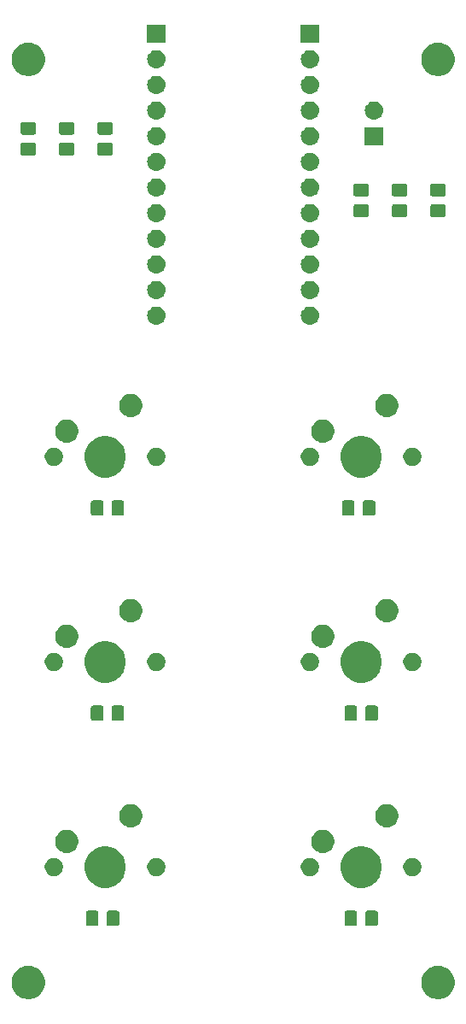
<source format=gbr>
G04 #@! TF.GenerationSoftware,KiCad,Pcbnew,5.1.4*
G04 #@! TF.CreationDate,2019-10-29T06:47:26+01:00*
G04 #@! TF.ProjectId,MediaKeys,4d656469-614b-4657-9973-2e6b69636164,rev?*
G04 #@! TF.SameCoordinates,Original*
G04 #@! TF.FileFunction,Soldermask,Top*
G04 #@! TF.FilePolarity,Negative*
%FSLAX46Y46*%
G04 Gerber Fmt 4.6, Leading zero omitted, Abs format (unit mm)*
G04 Created by KiCad (PCBNEW 5.1.4) date 2019-10-29 06:47:26*
%MOMM*%
%LPD*%
G04 APERTURE LIST*
%ADD10C,0.100000*%
G04 APERTURE END LIST*
D10*
G36*
X84195256Y-143171298D02*
G01*
X84301579Y-143192447D01*
X84602042Y-143316903D01*
X84872451Y-143497585D01*
X85102415Y-143727549D01*
X85283097Y-143997958D01*
X85407553Y-144298421D01*
X85471000Y-144617391D01*
X85471000Y-144942609D01*
X85407553Y-145261579D01*
X85283097Y-145562042D01*
X85102415Y-145832451D01*
X84872451Y-146062415D01*
X84602042Y-146243097D01*
X84301579Y-146367553D01*
X84195256Y-146388702D01*
X83982611Y-146431000D01*
X83657389Y-146431000D01*
X83444744Y-146388702D01*
X83338421Y-146367553D01*
X83037958Y-146243097D01*
X82767549Y-146062415D01*
X82537585Y-145832451D01*
X82356903Y-145562042D01*
X82232447Y-145261579D01*
X82169000Y-144942609D01*
X82169000Y-144617391D01*
X82232447Y-144298421D01*
X82356903Y-143997958D01*
X82537585Y-143727549D01*
X82767549Y-143497585D01*
X83037958Y-143316903D01*
X83338421Y-143192447D01*
X83444744Y-143171298D01*
X83657389Y-143129000D01*
X83982611Y-143129000D01*
X84195256Y-143171298D01*
X84195256Y-143171298D01*
G37*
G36*
X43555256Y-143171298D02*
G01*
X43661579Y-143192447D01*
X43962042Y-143316903D01*
X44232451Y-143497585D01*
X44462415Y-143727549D01*
X44643097Y-143997958D01*
X44767553Y-144298421D01*
X44831000Y-144617391D01*
X44831000Y-144942609D01*
X44767553Y-145261579D01*
X44643097Y-145562042D01*
X44462415Y-145832451D01*
X44232451Y-146062415D01*
X43962042Y-146243097D01*
X43661579Y-146367553D01*
X43555256Y-146388702D01*
X43342611Y-146431000D01*
X43017389Y-146431000D01*
X42804744Y-146388702D01*
X42698421Y-146367553D01*
X42397958Y-146243097D01*
X42127549Y-146062415D01*
X41897585Y-145832451D01*
X41716903Y-145562042D01*
X41592447Y-145261579D01*
X41529000Y-144942609D01*
X41529000Y-144617391D01*
X41592447Y-144298421D01*
X41716903Y-143997958D01*
X41897585Y-143727549D01*
X42127549Y-143497585D01*
X42397958Y-143316903D01*
X42698421Y-143192447D01*
X42804744Y-143171298D01*
X43017389Y-143129000D01*
X43342611Y-143129000D01*
X43555256Y-143171298D01*
X43555256Y-143171298D01*
G37*
G36*
X77688674Y-137683465D02*
G01*
X77726367Y-137694899D01*
X77761103Y-137713466D01*
X77791548Y-137738452D01*
X77816534Y-137768897D01*
X77835101Y-137803633D01*
X77846535Y-137841326D01*
X77851000Y-137886661D01*
X77851000Y-138973339D01*
X77846535Y-139018674D01*
X77835101Y-139056367D01*
X77816534Y-139091103D01*
X77791548Y-139121548D01*
X77761103Y-139146534D01*
X77726367Y-139165101D01*
X77688674Y-139176535D01*
X77643339Y-139181000D01*
X76806661Y-139181000D01*
X76761326Y-139176535D01*
X76723633Y-139165101D01*
X76688897Y-139146534D01*
X76658452Y-139121548D01*
X76633466Y-139091103D01*
X76614899Y-139056367D01*
X76603465Y-139018674D01*
X76599000Y-138973339D01*
X76599000Y-137886661D01*
X76603465Y-137841326D01*
X76614899Y-137803633D01*
X76633466Y-137768897D01*
X76658452Y-137738452D01*
X76688897Y-137713466D01*
X76723633Y-137694899D01*
X76761326Y-137683465D01*
X76806661Y-137679000D01*
X77643339Y-137679000D01*
X77688674Y-137683465D01*
X77688674Y-137683465D01*
G37*
G36*
X49993674Y-137683465D02*
G01*
X50031367Y-137694899D01*
X50066103Y-137713466D01*
X50096548Y-137738452D01*
X50121534Y-137768897D01*
X50140101Y-137803633D01*
X50151535Y-137841326D01*
X50156000Y-137886661D01*
X50156000Y-138973339D01*
X50151535Y-139018674D01*
X50140101Y-139056367D01*
X50121534Y-139091103D01*
X50096548Y-139121548D01*
X50066103Y-139146534D01*
X50031367Y-139165101D01*
X49993674Y-139176535D01*
X49948339Y-139181000D01*
X49111661Y-139181000D01*
X49066326Y-139176535D01*
X49028633Y-139165101D01*
X48993897Y-139146534D01*
X48963452Y-139121548D01*
X48938466Y-139091103D01*
X48919899Y-139056367D01*
X48908465Y-139018674D01*
X48904000Y-138973339D01*
X48904000Y-137886661D01*
X48908465Y-137841326D01*
X48919899Y-137803633D01*
X48938466Y-137768897D01*
X48963452Y-137738452D01*
X48993897Y-137713466D01*
X49028633Y-137694899D01*
X49066326Y-137683465D01*
X49111661Y-137679000D01*
X49948339Y-137679000D01*
X49993674Y-137683465D01*
X49993674Y-137683465D01*
G37*
G36*
X75638674Y-137683465D02*
G01*
X75676367Y-137694899D01*
X75711103Y-137713466D01*
X75741548Y-137738452D01*
X75766534Y-137768897D01*
X75785101Y-137803633D01*
X75796535Y-137841326D01*
X75801000Y-137886661D01*
X75801000Y-138973339D01*
X75796535Y-139018674D01*
X75785101Y-139056367D01*
X75766534Y-139091103D01*
X75741548Y-139121548D01*
X75711103Y-139146534D01*
X75676367Y-139165101D01*
X75638674Y-139176535D01*
X75593339Y-139181000D01*
X74756661Y-139181000D01*
X74711326Y-139176535D01*
X74673633Y-139165101D01*
X74638897Y-139146534D01*
X74608452Y-139121548D01*
X74583466Y-139091103D01*
X74564899Y-139056367D01*
X74553465Y-139018674D01*
X74549000Y-138973339D01*
X74549000Y-137886661D01*
X74553465Y-137841326D01*
X74564899Y-137803633D01*
X74583466Y-137768897D01*
X74608452Y-137738452D01*
X74638897Y-137713466D01*
X74673633Y-137694899D01*
X74711326Y-137683465D01*
X74756661Y-137679000D01*
X75593339Y-137679000D01*
X75638674Y-137683465D01*
X75638674Y-137683465D01*
G37*
G36*
X52043674Y-137683465D02*
G01*
X52081367Y-137694899D01*
X52116103Y-137713466D01*
X52146548Y-137738452D01*
X52171534Y-137768897D01*
X52190101Y-137803633D01*
X52201535Y-137841326D01*
X52206000Y-137886661D01*
X52206000Y-138973339D01*
X52201535Y-139018674D01*
X52190101Y-139056367D01*
X52171534Y-139091103D01*
X52146548Y-139121548D01*
X52116103Y-139146534D01*
X52081367Y-139165101D01*
X52043674Y-139176535D01*
X51998339Y-139181000D01*
X51161661Y-139181000D01*
X51116326Y-139176535D01*
X51078633Y-139165101D01*
X51043897Y-139146534D01*
X51013452Y-139121548D01*
X50988466Y-139091103D01*
X50969899Y-139056367D01*
X50958465Y-139018674D01*
X50954000Y-138973339D01*
X50954000Y-137886661D01*
X50958465Y-137841326D01*
X50969899Y-137803633D01*
X50988466Y-137768897D01*
X51013452Y-137738452D01*
X51043897Y-137713466D01*
X51078633Y-137694899D01*
X51116326Y-137683465D01*
X51161661Y-137679000D01*
X51998339Y-137679000D01*
X52043674Y-137683465D01*
X52043674Y-137683465D01*
G37*
G36*
X76798254Y-131377818D02*
G01*
X77171511Y-131532426D01*
X77171513Y-131532427D01*
X77507436Y-131756884D01*
X77793116Y-132042564D01*
X78017574Y-132378489D01*
X78172182Y-132751746D01*
X78251000Y-133147993D01*
X78251000Y-133552007D01*
X78172182Y-133948254D01*
X78017574Y-134321511D01*
X78017573Y-134321513D01*
X77793116Y-134657436D01*
X77507436Y-134943116D01*
X77171513Y-135167573D01*
X77171512Y-135167574D01*
X77171511Y-135167574D01*
X76798254Y-135322182D01*
X76402007Y-135401000D01*
X75997993Y-135401000D01*
X75601746Y-135322182D01*
X75228489Y-135167574D01*
X75228488Y-135167574D01*
X75228487Y-135167573D01*
X74892564Y-134943116D01*
X74606884Y-134657436D01*
X74382427Y-134321513D01*
X74382426Y-134321511D01*
X74227818Y-133948254D01*
X74149000Y-133552007D01*
X74149000Y-133147993D01*
X74227818Y-132751746D01*
X74382426Y-132378489D01*
X74606884Y-132042564D01*
X74892564Y-131756884D01*
X75228487Y-131532427D01*
X75228489Y-131532426D01*
X75601746Y-131377818D01*
X75997993Y-131299000D01*
X76402007Y-131299000D01*
X76798254Y-131377818D01*
X76798254Y-131377818D01*
G37*
G36*
X51398254Y-131377818D02*
G01*
X51771511Y-131532426D01*
X51771513Y-131532427D01*
X52107436Y-131756884D01*
X52393116Y-132042564D01*
X52617574Y-132378489D01*
X52772182Y-132751746D01*
X52851000Y-133147993D01*
X52851000Y-133552007D01*
X52772182Y-133948254D01*
X52617574Y-134321511D01*
X52617573Y-134321513D01*
X52393116Y-134657436D01*
X52107436Y-134943116D01*
X51771513Y-135167573D01*
X51771512Y-135167574D01*
X51771511Y-135167574D01*
X51398254Y-135322182D01*
X51002007Y-135401000D01*
X50597993Y-135401000D01*
X50201746Y-135322182D01*
X49828489Y-135167574D01*
X49828488Y-135167574D01*
X49828487Y-135167573D01*
X49492564Y-134943116D01*
X49206884Y-134657436D01*
X48982427Y-134321513D01*
X48982426Y-134321511D01*
X48827818Y-133948254D01*
X48749000Y-133552007D01*
X48749000Y-133147993D01*
X48827818Y-132751746D01*
X48982426Y-132378489D01*
X49206884Y-132042564D01*
X49492564Y-131756884D01*
X49828487Y-131532427D01*
X49828489Y-131532426D01*
X50201746Y-131377818D01*
X50597993Y-131299000D01*
X51002007Y-131299000D01*
X51398254Y-131377818D01*
X51398254Y-131377818D01*
G37*
G36*
X81393512Y-132453927D02*
G01*
X81542812Y-132483624D01*
X81706784Y-132551544D01*
X81854354Y-132650147D01*
X81979853Y-132775646D01*
X82078456Y-132923216D01*
X82146376Y-133087188D01*
X82181000Y-133261259D01*
X82181000Y-133438741D01*
X82146376Y-133612812D01*
X82078456Y-133776784D01*
X81979853Y-133924354D01*
X81854354Y-134049853D01*
X81706784Y-134148456D01*
X81542812Y-134216376D01*
X81393512Y-134246073D01*
X81368742Y-134251000D01*
X81191258Y-134251000D01*
X81166488Y-134246073D01*
X81017188Y-134216376D01*
X80853216Y-134148456D01*
X80705646Y-134049853D01*
X80580147Y-133924354D01*
X80481544Y-133776784D01*
X80413624Y-133612812D01*
X80379000Y-133438741D01*
X80379000Y-133261259D01*
X80413624Y-133087188D01*
X80481544Y-132923216D01*
X80580147Y-132775646D01*
X80705646Y-132650147D01*
X80853216Y-132551544D01*
X81017188Y-132483624D01*
X81166488Y-132453927D01*
X81191258Y-132449000D01*
X81368742Y-132449000D01*
X81393512Y-132453927D01*
X81393512Y-132453927D01*
G37*
G36*
X71233512Y-132453927D02*
G01*
X71382812Y-132483624D01*
X71546784Y-132551544D01*
X71694354Y-132650147D01*
X71819853Y-132775646D01*
X71918456Y-132923216D01*
X71986376Y-133087188D01*
X72021000Y-133261259D01*
X72021000Y-133438741D01*
X71986376Y-133612812D01*
X71918456Y-133776784D01*
X71819853Y-133924354D01*
X71694354Y-134049853D01*
X71546784Y-134148456D01*
X71382812Y-134216376D01*
X71233512Y-134246073D01*
X71208742Y-134251000D01*
X71031258Y-134251000D01*
X71006488Y-134246073D01*
X70857188Y-134216376D01*
X70693216Y-134148456D01*
X70545646Y-134049853D01*
X70420147Y-133924354D01*
X70321544Y-133776784D01*
X70253624Y-133612812D01*
X70219000Y-133438741D01*
X70219000Y-133261259D01*
X70253624Y-133087188D01*
X70321544Y-132923216D01*
X70420147Y-132775646D01*
X70545646Y-132650147D01*
X70693216Y-132551544D01*
X70857188Y-132483624D01*
X71006488Y-132453927D01*
X71031258Y-132449000D01*
X71208742Y-132449000D01*
X71233512Y-132453927D01*
X71233512Y-132453927D01*
G37*
G36*
X45833512Y-132453927D02*
G01*
X45982812Y-132483624D01*
X46146784Y-132551544D01*
X46294354Y-132650147D01*
X46419853Y-132775646D01*
X46518456Y-132923216D01*
X46586376Y-133087188D01*
X46621000Y-133261259D01*
X46621000Y-133438741D01*
X46586376Y-133612812D01*
X46518456Y-133776784D01*
X46419853Y-133924354D01*
X46294354Y-134049853D01*
X46146784Y-134148456D01*
X45982812Y-134216376D01*
X45833512Y-134246073D01*
X45808742Y-134251000D01*
X45631258Y-134251000D01*
X45606488Y-134246073D01*
X45457188Y-134216376D01*
X45293216Y-134148456D01*
X45145646Y-134049853D01*
X45020147Y-133924354D01*
X44921544Y-133776784D01*
X44853624Y-133612812D01*
X44819000Y-133438741D01*
X44819000Y-133261259D01*
X44853624Y-133087188D01*
X44921544Y-132923216D01*
X45020147Y-132775646D01*
X45145646Y-132650147D01*
X45293216Y-132551544D01*
X45457188Y-132483624D01*
X45606488Y-132453927D01*
X45631258Y-132449000D01*
X45808742Y-132449000D01*
X45833512Y-132453927D01*
X45833512Y-132453927D01*
G37*
G36*
X55993512Y-132453927D02*
G01*
X56142812Y-132483624D01*
X56306784Y-132551544D01*
X56454354Y-132650147D01*
X56579853Y-132775646D01*
X56678456Y-132923216D01*
X56746376Y-133087188D01*
X56781000Y-133261259D01*
X56781000Y-133438741D01*
X56746376Y-133612812D01*
X56678456Y-133776784D01*
X56579853Y-133924354D01*
X56454354Y-134049853D01*
X56306784Y-134148456D01*
X56142812Y-134216376D01*
X55993512Y-134246073D01*
X55968742Y-134251000D01*
X55791258Y-134251000D01*
X55766488Y-134246073D01*
X55617188Y-134216376D01*
X55453216Y-134148456D01*
X55305646Y-134049853D01*
X55180147Y-133924354D01*
X55081544Y-133776784D01*
X55013624Y-133612812D01*
X54979000Y-133438741D01*
X54979000Y-133261259D01*
X55013624Y-133087188D01*
X55081544Y-132923216D01*
X55180147Y-132775646D01*
X55305646Y-132650147D01*
X55453216Y-132551544D01*
X55617188Y-132483624D01*
X55766488Y-132453927D01*
X55791258Y-132449000D01*
X55968742Y-132449000D01*
X55993512Y-132453927D01*
X55993512Y-132453927D01*
G37*
G36*
X47214549Y-129681116D02*
G01*
X47325734Y-129703232D01*
X47535203Y-129789997D01*
X47723720Y-129915960D01*
X47884040Y-130076280D01*
X48010003Y-130264797D01*
X48096768Y-130474266D01*
X48141000Y-130696636D01*
X48141000Y-130923364D01*
X48096768Y-131145734D01*
X48010003Y-131355203D01*
X47884040Y-131543720D01*
X47723720Y-131704040D01*
X47535203Y-131830003D01*
X47325734Y-131916768D01*
X47214549Y-131938884D01*
X47103365Y-131961000D01*
X46876635Y-131961000D01*
X46765451Y-131938884D01*
X46654266Y-131916768D01*
X46444797Y-131830003D01*
X46256280Y-131704040D01*
X46095960Y-131543720D01*
X45969997Y-131355203D01*
X45883232Y-131145734D01*
X45839000Y-130923364D01*
X45839000Y-130696636D01*
X45883232Y-130474266D01*
X45969997Y-130264797D01*
X46095960Y-130076280D01*
X46256280Y-129915960D01*
X46444797Y-129789997D01*
X46654266Y-129703232D01*
X46765451Y-129681116D01*
X46876635Y-129659000D01*
X47103365Y-129659000D01*
X47214549Y-129681116D01*
X47214549Y-129681116D01*
G37*
G36*
X72614549Y-129681116D02*
G01*
X72725734Y-129703232D01*
X72935203Y-129789997D01*
X73123720Y-129915960D01*
X73284040Y-130076280D01*
X73410003Y-130264797D01*
X73496768Y-130474266D01*
X73541000Y-130696636D01*
X73541000Y-130923364D01*
X73496768Y-131145734D01*
X73410003Y-131355203D01*
X73284040Y-131543720D01*
X73123720Y-131704040D01*
X72935203Y-131830003D01*
X72725734Y-131916768D01*
X72614549Y-131938884D01*
X72503365Y-131961000D01*
X72276635Y-131961000D01*
X72165451Y-131938884D01*
X72054266Y-131916768D01*
X71844797Y-131830003D01*
X71656280Y-131704040D01*
X71495960Y-131543720D01*
X71369997Y-131355203D01*
X71283232Y-131145734D01*
X71239000Y-130923364D01*
X71239000Y-130696636D01*
X71283232Y-130474266D01*
X71369997Y-130264797D01*
X71495960Y-130076280D01*
X71656280Y-129915960D01*
X71844797Y-129789997D01*
X72054266Y-129703232D01*
X72165451Y-129681116D01*
X72276635Y-129659000D01*
X72503365Y-129659000D01*
X72614549Y-129681116D01*
X72614549Y-129681116D01*
G37*
G36*
X78964549Y-127141116D02*
G01*
X79075734Y-127163232D01*
X79285203Y-127249997D01*
X79473720Y-127375960D01*
X79634040Y-127536280D01*
X79760003Y-127724797D01*
X79846768Y-127934266D01*
X79891000Y-128156636D01*
X79891000Y-128383364D01*
X79846768Y-128605734D01*
X79760003Y-128815203D01*
X79634040Y-129003720D01*
X79473720Y-129164040D01*
X79285203Y-129290003D01*
X79075734Y-129376768D01*
X78964549Y-129398884D01*
X78853365Y-129421000D01*
X78626635Y-129421000D01*
X78515451Y-129398884D01*
X78404266Y-129376768D01*
X78194797Y-129290003D01*
X78006280Y-129164040D01*
X77845960Y-129003720D01*
X77719997Y-128815203D01*
X77633232Y-128605734D01*
X77589000Y-128383364D01*
X77589000Y-128156636D01*
X77633232Y-127934266D01*
X77719997Y-127724797D01*
X77845960Y-127536280D01*
X78006280Y-127375960D01*
X78194797Y-127249997D01*
X78404266Y-127163232D01*
X78515451Y-127141116D01*
X78626635Y-127119000D01*
X78853365Y-127119000D01*
X78964549Y-127141116D01*
X78964549Y-127141116D01*
G37*
G36*
X53564549Y-127141116D02*
G01*
X53675734Y-127163232D01*
X53885203Y-127249997D01*
X54073720Y-127375960D01*
X54234040Y-127536280D01*
X54360003Y-127724797D01*
X54446768Y-127934266D01*
X54491000Y-128156636D01*
X54491000Y-128383364D01*
X54446768Y-128605734D01*
X54360003Y-128815203D01*
X54234040Y-129003720D01*
X54073720Y-129164040D01*
X53885203Y-129290003D01*
X53675734Y-129376768D01*
X53564549Y-129398884D01*
X53453365Y-129421000D01*
X53226635Y-129421000D01*
X53115451Y-129398884D01*
X53004266Y-129376768D01*
X52794797Y-129290003D01*
X52606280Y-129164040D01*
X52445960Y-129003720D01*
X52319997Y-128815203D01*
X52233232Y-128605734D01*
X52189000Y-128383364D01*
X52189000Y-128156636D01*
X52233232Y-127934266D01*
X52319997Y-127724797D01*
X52445960Y-127536280D01*
X52606280Y-127375960D01*
X52794797Y-127249997D01*
X53004266Y-127163232D01*
X53115451Y-127141116D01*
X53226635Y-127119000D01*
X53453365Y-127119000D01*
X53564549Y-127141116D01*
X53564549Y-127141116D01*
G37*
G36*
X50483674Y-117363465D02*
G01*
X50521367Y-117374899D01*
X50556103Y-117393466D01*
X50586548Y-117418452D01*
X50611534Y-117448897D01*
X50630101Y-117483633D01*
X50641535Y-117521326D01*
X50646000Y-117566661D01*
X50646000Y-118653339D01*
X50641535Y-118698674D01*
X50630101Y-118736367D01*
X50611534Y-118771103D01*
X50586548Y-118801548D01*
X50556103Y-118826534D01*
X50521367Y-118845101D01*
X50483674Y-118856535D01*
X50438339Y-118861000D01*
X49601661Y-118861000D01*
X49556326Y-118856535D01*
X49518633Y-118845101D01*
X49483897Y-118826534D01*
X49453452Y-118801548D01*
X49428466Y-118771103D01*
X49409899Y-118736367D01*
X49398465Y-118698674D01*
X49394000Y-118653339D01*
X49394000Y-117566661D01*
X49398465Y-117521326D01*
X49409899Y-117483633D01*
X49428466Y-117448897D01*
X49453452Y-117418452D01*
X49483897Y-117393466D01*
X49518633Y-117374899D01*
X49556326Y-117363465D01*
X49601661Y-117359000D01*
X50438339Y-117359000D01*
X50483674Y-117363465D01*
X50483674Y-117363465D01*
G37*
G36*
X77688674Y-117363465D02*
G01*
X77726367Y-117374899D01*
X77761103Y-117393466D01*
X77791548Y-117418452D01*
X77816534Y-117448897D01*
X77835101Y-117483633D01*
X77846535Y-117521326D01*
X77851000Y-117566661D01*
X77851000Y-118653339D01*
X77846535Y-118698674D01*
X77835101Y-118736367D01*
X77816534Y-118771103D01*
X77791548Y-118801548D01*
X77761103Y-118826534D01*
X77726367Y-118845101D01*
X77688674Y-118856535D01*
X77643339Y-118861000D01*
X76806661Y-118861000D01*
X76761326Y-118856535D01*
X76723633Y-118845101D01*
X76688897Y-118826534D01*
X76658452Y-118801548D01*
X76633466Y-118771103D01*
X76614899Y-118736367D01*
X76603465Y-118698674D01*
X76599000Y-118653339D01*
X76599000Y-117566661D01*
X76603465Y-117521326D01*
X76614899Y-117483633D01*
X76633466Y-117448897D01*
X76658452Y-117418452D01*
X76688897Y-117393466D01*
X76723633Y-117374899D01*
X76761326Y-117363465D01*
X76806661Y-117359000D01*
X77643339Y-117359000D01*
X77688674Y-117363465D01*
X77688674Y-117363465D01*
G37*
G36*
X75638674Y-117363465D02*
G01*
X75676367Y-117374899D01*
X75711103Y-117393466D01*
X75741548Y-117418452D01*
X75766534Y-117448897D01*
X75785101Y-117483633D01*
X75796535Y-117521326D01*
X75801000Y-117566661D01*
X75801000Y-118653339D01*
X75796535Y-118698674D01*
X75785101Y-118736367D01*
X75766534Y-118771103D01*
X75741548Y-118801548D01*
X75711103Y-118826534D01*
X75676367Y-118845101D01*
X75638674Y-118856535D01*
X75593339Y-118861000D01*
X74756661Y-118861000D01*
X74711326Y-118856535D01*
X74673633Y-118845101D01*
X74638897Y-118826534D01*
X74608452Y-118801548D01*
X74583466Y-118771103D01*
X74564899Y-118736367D01*
X74553465Y-118698674D01*
X74549000Y-118653339D01*
X74549000Y-117566661D01*
X74553465Y-117521326D01*
X74564899Y-117483633D01*
X74583466Y-117448897D01*
X74608452Y-117418452D01*
X74638897Y-117393466D01*
X74673633Y-117374899D01*
X74711326Y-117363465D01*
X74756661Y-117359000D01*
X75593339Y-117359000D01*
X75638674Y-117363465D01*
X75638674Y-117363465D01*
G37*
G36*
X52533674Y-117363465D02*
G01*
X52571367Y-117374899D01*
X52606103Y-117393466D01*
X52636548Y-117418452D01*
X52661534Y-117448897D01*
X52680101Y-117483633D01*
X52691535Y-117521326D01*
X52696000Y-117566661D01*
X52696000Y-118653339D01*
X52691535Y-118698674D01*
X52680101Y-118736367D01*
X52661534Y-118771103D01*
X52636548Y-118801548D01*
X52606103Y-118826534D01*
X52571367Y-118845101D01*
X52533674Y-118856535D01*
X52488339Y-118861000D01*
X51651661Y-118861000D01*
X51606326Y-118856535D01*
X51568633Y-118845101D01*
X51533897Y-118826534D01*
X51503452Y-118801548D01*
X51478466Y-118771103D01*
X51459899Y-118736367D01*
X51448465Y-118698674D01*
X51444000Y-118653339D01*
X51444000Y-117566661D01*
X51448465Y-117521326D01*
X51459899Y-117483633D01*
X51478466Y-117448897D01*
X51503452Y-117418452D01*
X51533897Y-117393466D01*
X51568633Y-117374899D01*
X51606326Y-117363465D01*
X51651661Y-117359000D01*
X52488339Y-117359000D01*
X52533674Y-117363465D01*
X52533674Y-117363465D01*
G37*
G36*
X51398254Y-111057818D02*
G01*
X51771511Y-111212426D01*
X51771513Y-111212427D01*
X52107436Y-111436884D01*
X52393116Y-111722564D01*
X52617574Y-112058489D01*
X52772182Y-112431746D01*
X52851000Y-112827993D01*
X52851000Y-113232007D01*
X52772182Y-113628254D01*
X52617574Y-114001511D01*
X52617573Y-114001513D01*
X52393116Y-114337436D01*
X52107436Y-114623116D01*
X51771513Y-114847573D01*
X51771512Y-114847574D01*
X51771511Y-114847574D01*
X51398254Y-115002182D01*
X51002007Y-115081000D01*
X50597993Y-115081000D01*
X50201746Y-115002182D01*
X49828489Y-114847574D01*
X49828488Y-114847574D01*
X49828487Y-114847573D01*
X49492564Y-114623116D01*
X49206884Y-114337436D01*
X48982427Y-114001513D01*
X48982426Y-114001511D01*
X48827818Y-113628254D01*
X48749000Y-113232007D01*
X48749000Y-112827993D01*
X48827818Y-112431746D01*
X48982426Y-112058489D01*
X49206884Y-111722564D01*
X49492564Y-111436884D01*
X49828487Y-111212427D01*
X49828489Y-111212426D01*
X50201746Y-111057818D01*
X50597993Y-110979000D01*
X51002007Y-110979000D01*
X51398254Y-111057818D01*
X51398254Y-111057818D01*
G37*
G36*
X76798254Y-111057818D02*
G01*
X77171511Y-111212426D01*
X77171513Y-111212427D01*
X77507436Y-111436884D01*
X77793116Y-111722564D01*
X78017574Y-112058489D01*
X78172182Y-112431746D01*
X78251000Y-112827993D01*
X78251000Y-113232007D01*
X78172182Y-113628254D01*
X78017574Y-114001511D01*
X78017573Y-114001513D01*
X77793116Y-114337436D01*
X77507436Y-114623116D01*
X77171513Y-114847573D01*
X77171512Y-114847574D01*
X77171511Y-114847574D01*
X76798254Y-115002182D01*
X76402007Y-115081000D01*
X75997993Y-115081000D01*
X75601746Y-115002182D01*
X75228489Y-114847574D01*
X75228488Y-114847574D01*
X75228487Y-114847573D01*
X74892564Y-114623116D01*
X74606884Y-114337436D01*
X74382427Y-114001513D01*
X74382426Y-114001511D01*
X74227818Y-113628254D01*
X74149000Y-113232007D01*
X74149000Y-112827993D01*
X74227818Y-112431746D01*
X74382426Y-112058489D01*
X74606884Y-111722564D01*
X74892564Y-111436884D01*
X75228487Y-111212427D01*
X75228489Y-111212426D01*
X75601746Y-111057818D01*
X75997993Y-110979000D01*
X76402007Y-110979000D01*
X76798254Y-111057818D01*
X76798254Y-111057818D01*
G37*
G36*
X55993512Y-112133927D02*
G01*
X56142812Y-112163624D01*
X56306784Y-112231544D01*
X56454354Y-112330147D01*
X56579853Y-112455646D01*
X56678456Y-112603216D01*
X56746376Y-112767188D01*
X56781000Y-112941259D01*
X56781000Y-113118741D01*
X56746376Y-113292812D01*
X56678456Y-113456784D01*
X56579853Y-113604354D01*
X56454354Y-113729853D01*
X56306784Y-113828456D01*
X56142812Y-113896376D01*
X55993512Y-113926073D01*
X55968742Y-113931000D01*
X55791258Y-113931000D01*
X55766488Y-113926073D01*
X55617188Y-113896376D01*
X55453216Y-113828456D01*
X55305646Y-113729853D01*
X55180147Y-113604354D01*
X55081544Y-113456784D01*
X55013624Y-113292812D01*
X54979000Y-113118741D01*
X54979000Y-112941259D01*
X55013624Y-112767188D01*
X55081544Y-112603216D01*
X55180147Y-112455646D01*
X55305646Y-112330147D01*
X55453216Y-112231544D01*
X55617188Y-112163624D01*
X55766488Y-112133927D01*
X55791258Y-112129000D01*
X55968742Y-112129000D01*
X55993512Y-112133927D01*
X55993512Y-112133927D01*
G37*
G36*
X81393512Y-112133927D02*
G01*
X81542812Y-112163624D01*
X81706784Y-112231544D01*
X81854354Y-112330147D01*
X81979853Y-112455646D01*
X82078456Y-112603216D01*
X82146376Y-112767188D01*
X82181000Y-112941259D01*
X82181000Y-113118741D01*
X82146376Y-113292812D01*
X82078456Y-113456784D01*
X81979853Y-113604354D01*
X81854354Y-113729853D01*
X81706784Y-113828456D01*
X81542812Y-113896376D01*
X81393512Y-113926073D01*
X81368742Y-113931000D01*
X81191258Y-113931000D01*
X81166488Y-113926073D01*
X81017188Y-113896376D01*
X80853216Y-113828456D01*
X80705646Y-113729853D01*
X80580147Y-113604354D01*
X80481544Y-113456784D01*
X80413624Y-113292812D01*
X80379000Y-113118741D01*
X80379000Y-112941259D01*
X80413624Y-112767188D01*
X80481544Y-112603216D01*
X80580147Y-112455646D01*
X80705646Y-112330147D01*
X80853216Y-112231544D01*
X81017188Y-112163624D01*
X81166488Y-112133927D01*
X81191258Y-112129000D01*
X81368742Y-112129000D01*
X81393512Y-112133927D01*
X81393512Y-112133927D01*
G37*
G36*
X45833512Y-112133927D02*
G01*
X45982812Y-112163624D01*
X46146784Y-112231544D01*
X46294354Y-112330147D01*
X46419853Y-112455646D01*
X46518456Y-112603216D01*
X46586376Y-112767188D01*
X46621000Y-112941259D01*
X46621000Y-113118741D01*
X46586376Y-113292812D01*
X46518456Y-113456784D01*
X46419853Y-113604354D01*
X46294354Y-113729853D01*
X46146784Y-113828456D01*
X45982812Y-113896376D01*
X45833512Y-113926073D01*
X45808742Y-113931000D01*
X45631258Y-113931000D01*
X45606488Y-113926073D01*
X45457188Y-113896376D01*
X45293216Y-113828456D01*
X45145646Y-113729853D01*
X45020147Y-113604354D01*
X44921544Y-113456784D01*
X44853624Y-113292812D01*
X44819000Y-113118741D01*
X44819000Y-112941259D01*
X44853624Y-112767188D01*
X44921544Y-112603216D01*
X45020147Y-112455646D01*
X45145646Y-112330147D01*
X45293216Y-112231544D01*
X45457188Y-112163624D01*
X45606488Y-112133927D01*
X45631258Y-112129000D01*
X45808742Y-112129000D01*
X45833512Y-112133927D01*
X45833512Y-112133927D01*
G37*
G36*
X71233512Y-112133927D02*
G01*
X71382812Y-112163624D01*
X71546784Y-112231544D01*
X71694354Y-112330147D01*
X71819853Y-112455646D01*
X71918456Y-112603216D01*
X71986376Y-112767188D01*
X72021000Y-112941259D01*
X72021000Y-113118741D01*
X71986376Y-113292812D01*
X71918456Y-113456784D01*
X71819853Y-113604354D01*
X71694354Y-113729853D01*
X71546784Y-113828456D01*
X71382812Y-113896376D01*
X71233512Y-113926073D01*
X71208742Y-113931000D01*
X71031258Y-113931000D01*
X71006488Y-113926073D01*
X70857188Y-113896376D01*
X70693216Y-113828456D01*
X70545646Y-113729853D01*
X70420147Y-113604354D01*
X70321544Y-113456784D01*
X70253624Y-113292812D01*
X70219000Y-113118741D01*
X70219000Y-112941259D01*
X70253624Y-112767188D01*
X70321544Y-112603216D01*
X70420147Y-112455646D01*
X70545646Y-112330147D01*
X70693216Y-112231544D01*
X70857188Y-112163624D01*
X71006488Y-112133927D01*
X71031258Y-112129000D01*
X71208742Y-112129000D01*
X71233512Y-112133927D01*
X71233512Y-112133927D01*
G37*
G36*
X72614549Y-109361116D02*
G01*
X72725734Y-109383232D01*
X72935203Y-109469997D01*
X73123720Y-109595960D01*
X73284040Y-109756280D01*
X73410003Y-109944797D01*
X73496768Y-110154266D01*
X73541000Y-110376636D01*
X73541000Y-110603364D01*
X73496768Y-110825734D01*
X73410003Y-111035203D01*
X73284040Y-111223720D01*
X73123720Y-111384040D01*
X72935203Y-111510003D01*
X72725734Y-111596768D01*
X72614549Y-111618884D01*
X72503365Y-111641000D01*
X72276635Y-111641000D01*
X72165451Y-111618884D01*
X72054266Y-111596768D01*
X71844797Y-111510003D01*
X71656280Y-111384040D01*
X71495960Y-111223720D01*
X71369997Y-111035203D01*
X71283232Y-110825734D01*
X71239000Y-110603364D01*
X71239000Y-110376636D01*
X71283232Y-110154266D01*
X71369997Y-109944797D01*
X71495960Y-109756280D01*
X71656280Y-109595960D01*
X71844797Y-109469997D01*
X72054266Y-109383232D01*
X72165451Y-109361116D01*
X72276635Y-109339000D01*
X72503365Y-109339000D01*
X72614549Y-109361116D01*
X72614549Y-109361116D01*
G37*
G36*
X47214549Y-109361116D02*
G01*
X47325734Y-109383232D01*
X47535203Y-109469997D01*
X47723720Y-109595960D01*
X47884040Y-109756280D01*
X48010003Y-109944797D01*
X48096768Y-110154266D01*
X48141000Y-110376636D01*
X48141000Y-110603364D01*
X48096768Y-110825734D01*
X48010003Y-111035203D01*
X47884040Y-111223720D01*
X47723720Y-111384040D01*
X47535203Y-111510003D01*
X47325734Y-111596768D01*
X47214549Y-111618884D01*
X47103365Y-111641000D01*
X46876635Y-111641000D01*
X46765451Y-111618884D01*
X46654266Y-111596768D01*
X46444797Y-111510003D01*
X46256280Y-111384040D01*
X46095960Y-111223720D01*
X45969997Y-111035203D01*
X45883232Y-110825734D01*
X45839000Y-110603364D01*
X45839000Y-110376636D01*
X45883232Y-110154266D01*
X45969997Y-109944797D01*
X46095960Y-109756280D01*
X46256280Y-109595960D01*
X46444797Y-109469997D01*
X46654266Y-109383232D01*
X46765451Y-109361116D01*
X46876635Y-109339000D01*
X47103365Y-109339000D01*
X47214549Y-109361116D01*
X47214549Y-109361116D01*
G37*
G36*
X78964549Y-106821116D02*
G01*
X79075734Y-106843232D01*
X79285203Y-106929997D01*
X79473720Y-107055960D01*
X79634040Y-107216280D01*
X79760003Y-107404797D01*
X79846768Y-107614266D01*
X79891000Y-107836636D01*
X79891000Y-108063364D01*
X79846768Y-108285734D01*
X79760003Y-108495203D01*
X79634040Y-108683720D01*
X79473720Y-108844040D01*
X79285203Y-108970003D01*
X79075734Y-109056768D01*
X78964549Y-109078884D01*
X78853365Y-109101000D01*
X78626635Y-109101000D01*
X78515451Y-109078884D01*
X78404266Y-109056768D01*
X78194797Y-108970003D01*
X78006280Y-108844040D01*
X77845960Y-108683720D01*
X77719997Y-108495203D01*
X77633232Y-108285734D01*
X77589000Y-108063364D01*
X77589000Y-107836636D01*
X77633232Y-107614266D01*
X77719997Y-107404797D01*
X77845960Y-107216280D01*
X78006280Y-107055960D01*
X78194797Y-106929997D01*
X78404266Y-106843232D01*
X78515451Y-106821116D01*
X78626635Y-106799000D01*
X78853365Y-106799000D01*
X78964549Y-106821116D01*
X78964549Y-106821116D01*
G37*
G36*
X53564549Y-106821116D02*
G01*
X53675734Y-106843232D01*
X53885203Y-106929997D01*
X54073720Y-107055960D01*
X54234040Y-107216280D01*
X54360003Y-107404797D01*
X54446768Y-107614266D01*
X54491000Y-107836636D01*
X54491000Y-108063364D01*
X54446768Y-108285734D01*
X54360003Y-108495203D01*
X54234040Y-108683720D01*
X54073720Y-108844040D01*
X53885203Y-108970003D01*
X53675734Y-109056768D01*
X53564549Y-109078884D01*
X53453365Y-109101000D01*
X53226635Y-109101000D01*
X53115451Y-109078884D01*
X53004266Y-109056768D01*
X52794797Y-108970003D01*
X52606280Y-108844040D01*
X52445960Y-108683720D01*
X52319997Y-108495203D01*
X52233232Y-108285734D01*
X52189000Y-108063364D01*
X52189000Y-107836636D01*
X52233232Y-107614266D01*
X52319997Y-107404797D01*
X52445960Y-107216280D01*
X52606280Y-107055960D01*
X52794797Y-106929997D01*
X53004266Y-106843232D01*
X53115451Y-106821116D01*
X53226635Y-106799000D01*
X53453365Y-106799000D01*
X53564549Y-106821116D01*
X53564549Y-106821116D01*
G37*
G36*
X77443674Y-97043465D02*
G01*
X77481367Y-97054899D01*
X77516103Y-97073466D01*
X77546548Y-97098452D01*
X77571534Y-97128897D01*
X77590101Y-97163633D01*
X77601535Y-97201326D01*
X77606000Y-97246661D01*
X77606000Y-98333339D01*
X77601535Y-98378674D01*
X77590101Y-98416367D01*
X77571534Y-98451103D01*
X77546548Y-98481548D01*
X77516103Y-98506534D01*
X77481367Y-98525101D01*
X77443674Y-98536535D01*
X77398339Y-98541000D01*
X76561661Y-98541000D01*
X76516326Y-98536535D01*
X76478633Y-98525101D01*
X76443897Y-98506534D01*
X76413452Y-98481548D01*
X76388466Y-98451103D01*
X76369899Y-98416367D01*
X76358465Y-98378674D01*
X76354000Y-98333339D01*
X76354000Y-97246661D01*
X76358465Y-97201326D01*
X76369899Y-97163633D01*
X76388466Y-97128897D01*
X76413452Y-97098452D01*
X76443897Y-97073466D01*
X76478633Y-97054899D01*
X76516326Y-97043465D01*
X76561661Y-97039000D01*
X77398339Y-97039000D01*
X77443674Y-97043465D01*
X77443674Y-97043465D01*
G37*
G36*
X75393674Y-97043465D02*
G01*
X75431367Y-97054899D01*
X75466103Y-97073466D01*
X75496548Y-97098452D01*
X75521534Y-97128897D01*
X75540101Y-97163633D01*
X75551535Y-97201326D01*
X75556000Y-97246661D01*
X75556000Y-98333339D01*
X75551535Y-98378674D01*
X75540101Y-98416367D01*
X75521534Y-98451103D01*
X75496548Y-98481548D01*
X75466103Y-98506534D01*
X75431367Y-98525101D01*
X75393674Y-98536535D01*
X75348339Y-98541000D01*
X74511661Y-98541000D01*
X74466326Y-98536535D01*
X74428633Y-98525101D01*
X74393897Y-98506534D01*
X74363452Y-98481548D01*
X74338466Y-98451103D01*
X74319899Y-98416367D01*
X74308465Y-98378674D01*
X74304000Y-98333339D01*
X74304000Y-97246661D01*
X74308465Y-97201326D01*
X74319899Y-97163633D01*
X74338466Y-97128897D01*
X74363452Y-97098452D01*
X74393897Y-97073466D01*
X74428633Y-97054899D01*
X74466326Y-97043465D01*
X74511661Y-97039000D01*
X75348339Y-97039000D01*
X75393674Y-97043465D01*
X75393674Y-97043465D01*
G37*
G36*
X50483674Y-97043465D02*
G01*
X50521367Y-97054899D01*
X50556103Y-97073466D01*
X50586548Y-97098452D01*
X50611534Y-97128897D01*
X50630101Y-97163633D01*
X50641535Y-97201326D01*
X50646000Y-97246661D01*
X50646000Y-98333339D01*
X50641535Y-98378674D01*
X50630101Y-98416367D01*
X50611534Y-98451103D01*
X50586548Y-98481548D01*
X50556103Y-98506534D01*
X50521367Y-98525101D01*
X50483674Y-98536535D01*
X50438339Y-98541000D01*
X49601661Y-98541000D01*
X49556326Y-98536535D01*
X49518633Y-98525101D01*
X49483897Y-98506534D01*
X49453452Y-98481548D01*
X49428466Y-98451103D01*
X49409899Y-98416367D01*
X49398465Y-98378674D01*
X49394000Y-98333339D01*
X49394000Y-97246661D01*
X49398465Y-97201326D01*
X49409899Y-97163633D01*
X49428466Y-97128897D01*
X49453452Y-97098452D01*
X49483897Y-97073466D01*
X49518633Y-97054899D01*
X49556326Y-97043465D01*
X49601661Y-97039000D01*
X50438339Y-97039000D01*
X50483674Y-97043465D01*
X50483674Y-97043465D01*
G37*
G36*
X52533674Y-97043465D02*
G01*
X52571367Y-97054899D01*
X52606103Y-97073466D01*
X52636548Y-97098452D01*
X52661534Y-97128897D01*
X52680101Y-97163633D01*
X52691535Y-97201326D01*
X52696000Y-97246661D01*
X52696000Y-98333339D01*
X52691535Y-98378674D01*
X52680101Y-98416367D01*
X52661534Y-98451103D01*
X52636548Y-98481548D01*
X52606103Y-98506534D01*
X52571367Y-98525101D01*
X52533674Y-98536535D01*
X52488339Y-98541000D01*
X51651661Y-98541000D01*
X51606326Y-98536535D01*
X51568633Y-98525101D01*
X51533897Y-98506534D01*
X51503452Y-98481548D01*
X51478466Y-98451103D01*
X51459899Y-98416367D01*
X51448465Y-98378674D01*
X51444000Y-98333339D01*
X51444000Y-97246661D01*
X51448465Y-97201326D01*
X51459899Y-97163633D01*
X51478466Y-97128897D01*
X51503452Y-97098452D01*
X51533897Y-97073466D01*
X51568633Y-97054899D01*
X51606326Y-97043465D01*
X51651661Y-97039000D01*
X52488339Y-97039000D01*
X52533674Y-97043465D01*
X52533674Y-97043465D01*
G37*
G36*
X76798254Y-90737818D02*
G01*
X77171511Y-90892426D01*
X77171513Y-90892427D01*
X77507436Y-91116884D01*
X77793116Y-91402564D01*
X78017574Y-91738489D01*
X78172182Y-92111746D01*
X78251000Y-92507993D01*
X78251000Y-92912007D01*
X78172182Y-93308254D01*
X78017574Y-93681511D01*
X78017573Y-93681513D01*
X77793116Y-94017436D01*
X77507436Y-94303116D01*
X77171513Y-94527573D01*
X77171512Y-94527574D01*
X77171511Y-94527574D01*
X76798254Y-94682182D01*
X76402007Y-94761000D01*
X75997993Y-94761000D01*
X75601746Y-94682182D01*
X75228489Y-94527574D01*
X75228488Y-94527574D01*
X75228487Y-94527573D01*
X74892564Y-94303116D01*
X74606884Y-94017436D01*
X74382427Y-93681513D01*
X74382426Y-93681511D01*
X74227818Y-93308254D01*
X74149000Y-92912007D01*
X74149000Y-92507993D01*
X74227818Y-92111746D01*
X74382426Y-91738489D01*
X74606884Y-91402564D01*
X74892564Y-91116884D01*
X75228487Y-90892427D01*
X75228489Y-90892426D01*
X75601746Y-90737818D01*
X75997993Y-90659000D01*
X76402007Y-90659000D01*
X76798254Y-90737818D01*
X76798254Y-90737818D01*
G37*
G36*
X51398254Y-90737818D02*
G01*
X51771511Y-90892426D01*
X51771513Y-90892427D01*
X52107436Y-91116884D01*
X52393116Y-91402564D01*
X52617574Y-91738489D01*
X52772182Y-92111746D01*
X52851000Y-92507993D01*
X52851000Y-92912007D01*
X52772182Y-93308254D01*
X52617574Y-93681511D01*
X52617573Y-93681513D01*
X52393116Y-94017436D01*
X52107436Y-94303116D01*
X51771513Y-94527573D01*
X51771512Y-94527574D01*
X51771511Y-94527574D01*
X51398254Y-94682182D01*
X51002007Y-94761000D01*
X50597993Y-94761000D01*
X50201746Y-94682182D01*
X49828489Y-94527574D01*
X49828488Y-94527574D01*
X49828487Y-94527573D01*
X49492564Y-94303116D01*
X49206884Y-94017436D01*
X48982427Y-93681513D01*
X48982426Y-93681511D01*
X48827818Y-93308254D01*
X48749000Y-92912007D01*
X48749000Y-92507993D01*
X48827818Y-92111746D01*
X48982426Y-91738489D01*
X49206884Y-91402564D01*
X49492564Y-91116884D01*
X49828487Y-90892427D01*
X49828489Y-90892426D01*
X50201746Y-90737818D01*
X50597993Y-90659000D01*
X51002007Y-90659000D01*
X51398254Y-90737818D01*
X51398254Y-90737818D01*
G37*
G36*
X45833512Y-91813927D02*
G01*
X45982812Y-91843624D01*
X46146784Y-91911544D01*
X46294354Y-92010147D01*
X46419853Y-92135646D01*
X46518456Y-92283216D01*
X46586376Y-92447188D01*
X46621000Y-92621259D01*
X46621000Y-92798741D01*
X46586376Y-92972812D01*
X46518456Y-93136784D01*
X46419853Y-93284354D01*
X46294354Y-93409853D01*
X46146784Y-93508456D01*
X45982812Y-93576376D01*
X45833512Y-93606073D01*
X45808742Y-93611000D01*
X45631258Y-93611000D01*
X45606488Y-93606073D01*
X45457188Y-93576376D01*
X45293216Y-93508456D01*
X45145646Y-93409853D01*
X45020147Y-93284354D01*
X44921544Y-93136784D01*
X44853624Y-92972812D01*
X44819000Y-92798741D01*
X44819000Y-92621259D01*
X44853624Y-92447188D01*
X44921544Y-92283216D01*
X45020147Y-92135646D01*
X45145646Y-92010147D01*
X45293216Y-91911544D01*
X45457188Y-91843624D01*
X45606488Y-91813927D01*
X45631258Y-91809000D01*
X45808742Y-91809000D01*
X45833512Y-91813927D01*
X45833512Y-91813927D01*
G37*
G36*
X55993512Y-91813927D02*
G01*
X56142812Y-91843624D01*
X56306784Y-91911544D01*
X56454354Y-92010147D01*
X56579853Y-92135646D01*
X56678456Y-92283216D01*
X56746376Y-92447188D01*
X56781000Y-92621259D01*
X56781000Y-92798741D01*
X56746376Y-92972812D01*
X56678456Y-93136784D01*
X56579853Y-93284354D01*
X56454354Y-93409853D01*
X56306784Y-93508456D01*
X56142812Y-93576376D01*
X55993512Y-93606073D01*
X55968742Y-93611000D01*
X55791258Y-93611000D01*
X55766488Y-93606073D01*
X55617188Y-93576376D01*
X55453216Y-93508456D01*
X55305646Y-93409853D01*
X55180147Y-93284354D01*
X55081544Y-93136784D01*
X55013624Y-92972812D01*
X54979000Y-92798741D01*
X54979000Y-92621259D01*
X55013624Y-92447188D01*
X55081544Y-92283216D01*
X55180147Y-92135646D01*
X55305646Y-92010147D01*
X55453216Y-91911544D01*
X55617188Y-91843624D01*
X55766488Y-91813927D01*
X55791258Y-91809000D01*
X55968742Y-91809000D01*
X55993512Y-91813927D01*
X55993512Y-91813927D01*
G37*
G36*
X71233512Y-91813927D02*
G01*
X71382812Y-91843624D01*
X71546784Y-91911544D01*
X71694354Y-92010147D01*
X71819853Y-92135646D01*
X71918456Y-92283216D01*
X71986376Y-92447188D01*
X72021000Y-92621259D01*
X72021000Y-92798741D01*
X71986376Y-92972812D01*
X71918456Y-93136784D01*
X71819853Y-93284354D01*
X71694354Y-93409853D01*
X71546784Y-93508456D01*
X71382812Y-93576376D01*
X71233512Y-93606073D01*
X71208742Y-93611000D01*
X71031258Y-93611000D01*
X71006488Y-93606073D01*
X70857188Y-93576376D01*
X70693216Y-93508456D01*
X70545646Y-93409853D01*
X70420147Y-93284354D01*
X70321544Y-93136784D01*
X70253624Y-92972812D01*
X70219000Y-92798741D01*
X70219000Y-92621259D01*
X70253624Y-92447188D01*
X70321544Y-92283216D01*
X70420147Y-92135646D01*
X70545646Y-92010147D01*
X70693216Y-91911544D01*
X70857188Y-91843624D01*
X71006488Y-91813927D01*
X71031258Y-91809000D01*
X71208742Y-91809000D01*
X71233512Y-91813927D01*
X71233512Y-91813927D01*
G37*
G36*
X81393512Y-91813927D02*
G01*
X81542812Y-91843624D01*
X81706784Y-91911544D01*
X81854354Y-92010147D01*
X81979853Y-92135646D01*
X82078456Y-92283216D01*
X82146376Y-92447188D01*
X82181000Y-92621259D01*
X82181000Y-92798741D01*
X82146376Y-92972812D01*
X82078456Y-93136784D01*
X81979853Y-93284354D01*
X81854354Y-93409853D01*
X81706784Y-93508456D01*
X81542812Y-93576376D01*
X81393512Y-93606073D01*
X81368742Y-93611000D01*
X81191258Y-93611000D01*
X81166488Y-93606073D01*
X81017188Y-93576376D01*
X80853216Y-93508456D01*
X80705646Y-93409853D01*
X80580147Y-93284354D01*
X80481544Y-93136784D01*
X80413624Y-92972812D01*
X80379000Y-92798741D01*
X80379000Y-92621259D01*
X80413624Y-92447188D01*
X80481544Y-92283216D01*
X80580147Y-92135646D01*
X80705646Y-92010147D01*
X80853216Y-91911544D01*
X81017188Y-91843624D01*
X81166488Y-91813927D01*
X81191258Y-91809000D01*
X81368742Y-91809000D01*
X81393512Y-91813927D01*
X81393512Y-91813927D01*
G37*
G36*
X72614549Y-89041116D02*
G01*
X72725734Y-89063232D01*
X72935203Y-89149997D01*
X73123720Y-89275960D01*
X73284040Y-89436280D01*
X73410003Y-89624797D01*
X73496768Y-89834266D01*
X73541000Y-90056636D01*
X73541000Y-90283364D01*
X73496768Y-90505734D01*
X73410003Y-90715203D01*
X73284040Y-90903720D01*
X73123720Y-91064040D01*
X72935203Y-91190003D01*
X72725734Y-91276768D01*
X72614549Y-91298884D01*
X72503365Y-91321000D01*
X72276635Y-91321000D01*
X72165451Y-91298884D01*
X72054266Y-91276768D01*
X71844797Y-91190003D01*
X71656280Y-91064040D01*
X71495960Y-90903720D01*
X71369997Y-90715203D01*
X71283232Y-90505734D01*
X71239000Y-90283364D01*
X71239000Y-90056636D01*
X71283232Y-89834266D01*
X71369997Y-89624797D01*
X71495960Y-89436280D01*
X71656280Y-89275960D01*
X71844797Y-89149997D01*
X72054266Y-89063232D01*
X72165451Y-89041116D01*
X72276635Y-89019000D01*
X72503365Y-89019000D01*
X72614549Y-89041116D01*
X72614549Y-89041116D01*
G37*
G36*
X47214549Y-89041116D02*
G01*
X47325734Y-89063232D01*
X47535203Y-89149997D01*
X47723720Y-89275960D01*
X47884040Y-89436280D01*
X48010003Y-89624797D01*
X48096768Y-89834266D01*
X48141000Y-90056636D01*
X48141000Y-90283364D01*
X48096768Y-90505734D01*
X48010003Y-90715203D01*
X47884040Y-90903720D01*
X47723720Y-91064040D01*
X47535203Y-91190003D01*
X47325734Y-91276768D01*
X47214549Y-91298884D01*
X47103365Y-91321000D01*
X46876635Y-91321000D01*
X46765451Y-91298884D01*
X46654266Y-91276768D01*
X46444797Y-91190003D01*
X46256280Y-91064040D01*
X46095960Y-90903720D01*
X45969997Y-90715203D01*
X45883232Y-90505734D01*
X45839000Y-90283364D01*
X45839000Y-90056636D01*
X45883232Y-89834266D01*
X45969997Y-89624797D01*
X46095960Y-89436280D01*
X46256280Y-89275960D01*
X46444797Y-89149997D01*
X46654266Y-89063232D01*
X46765451Y-89041116D01*
X46876635Y-89019000D01*
X47103365Y-89019000D01*
X47214549Y-89041116D01*
X47214549Y-89041116D01*
G37*
G36*
X78964549Y-86501116D02*
G01*
X79075734Y-86523232D01*
X79285203Y-86609997D01*
X79473720Y-86735960D01*
X79634040Y-86896280D01*
X79760003Y-87084797D01*
X79846768Y-87294266D01*
X79891000Y-87516636D01*
X79891000Y-87743364D01*
X79846768Y-87965734D01*
X79760003Y-88175203D01*
X79634040Y-88363720D01*
X79473720Y-88524040D01*
X79285203Y-88650003D01*
X79075734Y-88736768D01*
X78964549Y-88758884D01*
X78853365Y-88781000D01*
X78626635Y-88781000D01*
X78515451Y-88758884D01*
X78404266Y-88736768D01*
X78194797Y-88650003D01*
X78006280Y-88524040D01*
X77845960Y-88363720D01*
X77719997Y-88175203D01*
X77633232Y-87965734D01*
X77589000Y-87743364D01*
X77589000Y-87516636D01*
X77633232Y-87294266D01*
X77719997Y-87084797D01*
X77845960Y-86896280D01*
X78006280Y-86735960D01*
X78194797Y-86609997D01*
X78404266Y-86523232D01*
X78515451Y-86501116D01*
X78626635Y-86479000D01*
X78853365Y-86479000D01*
X78964549Y-86501116D01*
X78964549Y-86501116D01*
G37*
G36*
X53564549Y-86501116D02*
G01*
X53675734Y-86523232D01*
X53885203Y-86609997D01*
X54073720Y-86735960D01*
X54234040Y-86896280D01*
X54360003Y-87084797D01*
X54446768Y-87294266D01*
X54491000Y-87516636D01*
X54491000Y-87743364D01*
X54446768Y-87965734D01*
X54360003Y-88175203D01*
X54234040Y-88363720D01*
X54073720Y-88524040D01*
X53885203Y-88650003D01*
X53675734Y-88736768D01*
X53564549Y-88758884D01*
X53453365Y-88781000D01*
X53226635Y-88781000D01*
X53115451Y-88758884D01*
X53004266Y-88736768D01*
X52794797Y-88650003D01*
X52606280Y-88524040D01*
X52445960Y-88363720D01*
X52319997Y-88175203D01*
X52233232Y-87965734D01*
X52189000Y-87743364D01*
X52189000Y-87516636D01*
X52233232Y-87294266D01*
X52319997Y-87084797D01*
X52445960Y-86896280D01*
X52606280Y-86735960D01*
X52794797Y-86609997D01*
X53004266Y-86523232D01*
X53115451Y-86501116D01*
X53226635Y-86479000D01*
X53453365Y-86479000D01*
X53564549Y-86501116D01*
X53564549Y-86501116D01*
G37*
G36*
X71230443Y-77845519D02*
G01*
X71296627Y-77852037D01*
X71466466Y-77903557D01*
X71622991Y-77987222D01*
X71658729Y-78016552D01*
X71760186Y-78099814D01*
X71843448Y-78201271D01*
X71872778Y-78237009D01*
X71956443Y-78393534D01*
X72007963Y-78563373D01*
X72025359Y-78740000D01*
X72007963Y-78916627D01*
X71956443Y-79086466D01*
X71872778Y-79242991D01*
X71843448Y-79278729D01*
X71760186Y-79380186D01*
X71658729Y-79463448D01*
X71622991Y-79492778D01*
X71466466Y-79576443D01*
X71296627Y-79627963D01*
X71230442Y-79634482D01*
X71164260Y-79641000D01*
X71075740Y-79641000D01*
X71009558Y-79634482D01*
X70943373Y-79627963D01*
X70773534Y-79576443D01*
X70617009Y-79492778D01*
X70581271Y-79463448D01*
X70479814Y-79380186D01*
X70396552Y-79278729D01*
X70367222Y-79242991D01*
X70283557Y-79086466D01*
X70232037Y-78916627D01*
X70214641Y-78740000D01*
X70232037Y-78563373D01*
X70283557Y-78393534D01*
X70367222Y-78237009D01*
X70396552Y-78201271D01*
X70479814Y-78099814D01*
X70581271Y-78016552D01*
X70617009Y-77987222D01*
X70773534Y-77903557D01*
X70943373Y-77852037D01*
X71009557Y-77845519D01*
X71075740Y-77839000D01*
X71164260Y-77839000D01*
X71230443Y-77845519D01*
X71230443Y-77845519D01*
G37*
G36*
X55990443Y-77845519D02*
G01*
X56056627Y-77852037D01*
X56226466Y-77903557D01*
X56382991Y-77987222D01*
X56418729Y-78016552D01*
X56520186Y-78099814D01*
X56603448Y-78201271D01*
X56632778Y-78237009D01*
X56716443Y-78393534D01*
X56767963Y-78563373D01*
X56785359Y-78740000D01*
X56767963Y-78916627D01*
X56716443Y-79086466D01*
X56632778Y-79242991D01*
X56603448Y-79278729D01*
X56520186Y-79380186D01*
X56418729Y-79463448D01*
X56382991Y-79492778D01*
X56226466Y-79576443D01*
X56056627Y-79627963D01*
X55990442Y-79634482D01*
X55924260Y-79641000D01*
X55835740Y-79641000D01*
X55769558Y-79634482D01*
X55703373Y-79627963D01*
X55533534Y-79576443D01*
X55377009Y-79492778D01*
X55341271Y-79463448D01*
X55239814Y-79380186D01*
X55156552Y-79278729D01*
X55127222Y-79242991D01*
X55043557Y-79086466D01*
X54992037Y-78916627D01*
X54974641Y-78740000D01*
X54992037Y-78563373D01*
X55043557Y-78393534D01*
X55127222Y-78237009D01*
X55156552Y-78201271D01*
X55239814Y-78099814D01*
X55341271Y-78016552D01*
X55377009Y-77987222D01*
X55533534Y-77903557D01*
X55703373Y-77852037D01*
X55769557Y-77845519D01*
X55835740Y-77839000D01*
X55924260Y-77839000D01*
X55990443Y-77845519D01*
X55990443Y-77845519D01*
G37*
G36*
X55990442Y-75305518D02*
G01*
X56056627Y-75312037D01*
X56226466Y-75363557D01*
X56382991Y-75447222D01*
X56418729Y-75476552D01*
X56520186Y-75559814D01*
X56603448Y-75661271D01*
X56632778Y-75697009D01*
X56716443Y-75853534D01*
X56767963Y-76023373D01*
X56785359Y-76200000D01*
X56767963Y-76376627D01*
X56716443Y-76546466D01*
X56632778Y-76702991D01*
X56603448Y-76738729D01*
X56520186Y-76840186D01*
X56418729Y-76923448D01*
X56382991Y-76952778D01*
X56226466Y-77036443D01*
X56056627Y-77087963D01*
X55990442Y-77094482D01*
X55924260Y-77101000D01*
X55835740Y-77101000D01*
X55769558Y-77094482D01*
X55703373Y-77087963D01*
X55533534Y-77036443D01*
X55377009Y-76952778D01*
X55341271Y-76923448D01*
X55239814Y-76840186D01*
X55156552Y-76738729D01*
X55127222Y-76702991D01*
X55043557Y-76546466D01*
X54992037Y-76376627D01*
X54974641Y-76200000D01*
X54992037Y-76023373D01*
X55043557Y-75853534D01*
X55127222Y-75697009D01*
X55156552Y-75661271D01*
X55239814Y-75559814D01*
X55341271Y-75476552D01*
X55377009Y-75447222D01*
X55533534Y-75363557D01*
X55703373Y-75312037D01*
X55769558Y-75305518D01*
X55835740Y-75299000D01*
X55924260Y-75299000D01*
X55990442Y-75305518D01*
X55990442Y-75305518D01*
G37*
G36*
X71230442Y-75305518D02*
G01*
X71296627Y-75312037D01*
X71466466Y-75363557D01*
X71622991Y-75447222D01*
X71658729Y-75476552D01*
X71760186Y-75559814D01*
X71843448Y-75661271D01*
X71872778Y-75697009D01*
X71956443Y-75853534D01*
X72007963Y-76023373D01*
X72025359Y-76200000D01*
X72007963Y-76376627D01*
X71956443Y-76546466D01*
X71872778Y-76702991D01*
X71843448Y-76738729D01*
X71760186Y-76840186D01*
X71658729Y-76923448D01*
X71622991Y-76952778D01*
X71466466Y-77036443D01*
X71296627Y-77087963D01*
X71230442Y-77094482D01*
X71164260Y-77101000D01*
X71075740Y-77101000D01*
X71009558Y-77094482D01*
X70943373Y-77087963D01*
X70773534Y-77036443D01*
X70617009Y-76952778D01*
X70581271Y-76923448D01*
X70479814Y-76840186D01*
X70396552Y-76738729D01*
X70367222Y-76702991D01*
X70283557Y-76546466D01*
X70232037Y-76376627D01*
X70214641Y-76200000D01*
X70232037Y-76023373D01*
X70283557Y-75853534D01*
X70367222Y-75697009D01*
X70396552Y-75661271D01*
X70479814Y-75559814D01*
X70581271Y-75476552D01*
X70617009Y-75447222D01*
X70773534Y-75363557D01*
X70943373Y-75312037D01*
X71009558Y-75305518D01*
X71075740Y-75299000D01*
X71164260Y-75299000D01*
X71230442Y-75305518D01*
X71230442Y-75305518D01*
G37*
G36*
X55990442Y-72765518D02*
G01*
X56056627Y-72772037D01*
X56226466Y-72823557D01*
X56382991Y-72907222D01*
X56418729Y-72936552D01*
X56520186Y-73019814D01*
X56603448Y-73121271D01*
X56632778Y-73157009D01*
X56716443Y-73313534D01*
X56767963Y-73483373D01*
X56785359Y-73660000D01*
X56767963Y-73836627D01*
X56716443Y-74006466D01*
X56632778Y-74162991D01*
X56603448Y-74198729D01*
X56520186Y-74300186D01*
X56418729Y-74383448D01*
X56382991Y-74412778D01*
X56226466Y-74496443D01*
X56056627Y-74547963D01*
X55990442Y-74554482D01*
X55924260Y-74561000D01*
X55835740Y-74561000D01*
X55769558Y-74554482D01*
X55703373Y-74547963D01*
X55533534Y-74496443D01*
X55377009Y-74412778D01*
X55341271Y-74383448D01*
X55239814Y-74300186D01*
X55156552Y-74198729D01*
X55127222Y-74162991D01*
X55043557Y-74006466D01*
X54992037Y-73836627D01*
X54974641Y-73660000D01*
X54992037Y-73483373D01*
X55043557Y-73313534D01*
X55127222Y-73157009D01*
X55156552Y-73121271D01*
X55239814Y-73019814D01*
X55341271Y-72936552D01*
X55377009Y-72907222D01*
X55533534Y-72823557D01*
X55703373Y-72772037D01*
X55769558Y-72765518D01*
X55835740Y-72759000D01*
X55924260Y-72759000D01*
X55990442Y-72765518D01*
X55990442Y-72765518D01*
G37*
G36*
X71230442Y-72765518D02*
G01*
X71296627Y-72772037D01*
X71466466Y-72823557D01*
X71622991Y-72907222D01*
X71658729Y-72936552D01*
X71760186Y-73019814D01*
X71843448Y-73121271D01*
X71872778Y-73157009D01*
X71956443Y-73313534D01*
X72007963Y-73483373D01*
X72025359Y-73660000D01*
X72007963Y-73836627D01*
X71956443Y-74006466D01*
X71872778Y-74162991D01*
X71843448Y-74198729D01*
X71760186Y-74300186D01*
X71658729Y-74383448D01*
X71622991Y-74412778D01*
X71466466Y-74496443D01*
X71296627Y-74547963D01*
X71230442Y-74554482D01*
X71164260Y-74561000D01*
X71075740Y-74561000D01*
X71009558Y-74554482D01*
X70943373Y-74547963D01*
X70773534Y-74496443D01*
X70617009Y-74412778D01*
X70581271Y-74383448D01*
X70479814Y-74300186D01*
X70396552Y-74198729D01*
X70367222Y-74162991D01*
X70283557Y-74006466D01*
X70232037Y-73836627D01*
X70214641Y-73660000D01*
X70232037Y-73483373D01*
X70283557Y-73313534D01*
X70367222Y-73157009D01*
X70396552Y-73121271D01*
X70479814Y-73019814D01*
X70581271Y-72936552D01*
X70617009Y-72907222D01*
X70773534Y-72823557D01*
X70943373Y-72772037D01*
X71009558Y-72765518D01*
X71075740Y-72759000D01*
X71164260Y-72759000D01*
X71230442Y-72765518D01*
X71230442Y-72765518D01*
G37*
G36*
X71230442Y-70225518D02*
G01*
X71296627Y-70232037D01*
X71466466Y-70283557D01*
X71622991Y-70367222D01*
X71658729Y-70396552D01*
X71760186Y-70479814D01*
X71843448Y-70581271D01*
X71872778Y-70617009D01*
X71956443Y-70773534D01*
X72007963Y-70943373D01*
X72025359Y-71120000D01*
X72007963Y-71296627D01*
X71956443Y-71466466D01*
X71872778Y-71622991D01*
X71843448Y-71658729D01*
X71760186Y-71760186D01*
X71658729Y-71843448D01*
X71622991Y-71872778D01*
X71466466Y-71956443D01*
X71296627Y-72007963D01*
X71230443Y-72014481D01*
X71164260Y-72021000D01*
X71075740Y-72021000D01*
X71009557Y-72014481D01*
X70943373Y-72007963D01*
X70773534Y-71956443D01*
X70617009Y-71872778D01*
X70581271Y-71843448D01*
X70479814Y-71760186D01*
X70396552Y-71658729D01*
X70367222Y-71622991D01*
X70283557Y-71466466D01*
X70232037Y-71296627D01*
X70214641Y-71120000D01*
X70232037Y-70943373D01*
X70283557Y-70773534D01*
X70367222Y-70617009D01*
X70396552Y-70581271D01*
X70479814Y-70479814D01*
X70581271Y-70396552D01*
X70617009Y-70367222D01*
X70773534Y-70283557D01*
X70943373Y-70232037D01*
X71009558Y-70225518D01*
X71075740Y-70219000D01*
X71164260Y-70219000D01*
X71230442Y-70225518D01*
X71230442Y-70225518D01*
G37*
G36*
X55990442Y-70225518D02*
G01*
X56056627Y-70232037D01*
X56226466Y-70283557D01*
X56382991Y-70367222D01*
X56418729Y-70396552D01*
X56520186Y-70479814D01*
X56603448Y-70581271D01*
X56632778Y-70617009D01*
X56716443Y-70773534D01*
X56767963Y-70943373D01*
X56785359Y-71120000D01*
X56767963Y-71296627D01*
X56716443Y-71466466D01*
X56632778Y-71622991D01*
X56603448Y-71658729D01*
X56520186Y-71760186D01*
X56418729Y-71843448D01*
X56382991Y-71872778D01*
X56226466Y-71956443D01*
X56056627Y-72007963D01*
X55990443Y-72014481D01*
X55924260Y-72021000D01*
X55835740Y-72021000D01*
X55769557Y-72014481D01*
X55703373Y-72007963D01*
X55533534Y-71956443D01*
X55377009Y-71872778D01*
X55341271Y-71843448D01*
X55239814Y-71760186D01*
X55156552Y-71658729D01*
X55127222Y-71622991D01*
X55043557Y-71466466D01*
X54992037Y-71296627D01*
X54974641Y-71120000D01*
X54992037Y-70943373D01*
X55043557Y-70773534D01*
X55127222Y-70617009D01*
X55156552Y-70581271D01*
X55239814Y-70479814D01*
X55341271Y-70396552D01*
X55377009Y-70367222D01*
X55533534Y-70283557D01*
X55703373Y-70232037D01*
X55769558Y-70225518D01*
X55835740Y-70219000D01*
X55924260Y-70219000D01*
X55990442Y-70225518D01*
X55990442Y-70225518D01*
G37*
G36*
X55990443Y-67685519D02*
G01*
X56056627Y-67692037D01*
X56226466Y-67743557D01*
X56382991Y-67827222D01*
X56418729Y-67856552D01*
X56520186Y-67939814D01*
X56603448Y-68041271D01*
X56632778Y-68077009D01*
X56716443Y-68233534D01*
X56767963Y-68403373D01*
X56785359Y-68580000D01*
X56767963Y-68756627D01*
X56716443Y-68926466D01*
X56632778Y-69082991D01*
X56603448Y-69118729D01*
X56520186Y-69220186D01*
X56418729Y-69303448D01*
X56382991Y-69332778D01*
X56226466Y-69416443D01*
X56056627Y-69467963D01*
X55990442Y-69474482D01*
X55924260Y-69481000D01*
X55835740Y-69481000D01*
X55769558Y-69474482D01*
X55703373Y-69467963D01*
X55533534Y-69416443D01*
X55377009Y-69332778D01*
X55341271Y-69303448D01*
X55239814Y-69220186D01*
X55156552Y-69118729D01*
X55127222Y-69082991D01*
X55043557Y-68926466D01*
X54992037Y-68756627D01*
X54974641Y-68580000D01*
X54992037Y-68403373D01*
X55043557Y-68233534D01*
X55127222Y-68077009D01*
X55156552Y-68041271D01*
X55239814Y-67939814D01*
X55341271Y-67856552D01*
X55377009Y-67827222D01*
X55533534Y-67743557D01*
X55703373Y-67692037D01*
X55769557Y-67685519D01*
X55835740Y-67679000D01*
X55924260Y-67679000D01*
X55990443Y-67685519D01*
X55990443Y-67685519D01*
G37*
G36*
X71230443Y-67685519D02*
G01*
X71296627Y-67692037D01*
X71466466Y-67743557D01*
X71622991Y-67827222D01*
X71658729Y-67856552D01*
X71760186Y-67939814D01*
X71843448Y-68041271D01*
X71872778Y-68077009D01*
X71956443Y-68233534D01*
X72007963Y-68403373D01*
X72025359Y-68580000D01*
X72007963Y-68756627D01*
X71956443Y-68926466D01*
X71872778Y-69082991D01*
X71843448Y-69118729D01*
X71760186Y-69220186D01*
X71658729Y-69303448D01*
X71622991Y-69332778D01*
X71466466Y-69416443D01*
X71296627Y-69467963D01*
X71230442Y-69474482D01*
X71164260Y-69481000D01*
X71075740Y-69481000D01*
X71009558Y-69474482D01*
X70943373Y-69467963D01*
X70773534Y-69416443D01*
X70617009Y-69332778D01*
X70581271Y-69303448D01*
X70479814Y-69220186D01*
X70396552Y-69118729D01*
X70367222Y-69082991D01*
X70283557Y-68926466D01*
X70232037Y-68756627D01*
X70214641Y-68580000D01*
X70232037Y-68403373D01*
X70283557Y-68233534D01*
X70367222Y-68077009D01*
X70396552Y-68041271D01*
X70479814Y-67939814D01*
X70581271Y-67856552D01*
X70617009Y-67827222D01*
X70773534Y-67743557D01*
X70943373Y-67692037D01*
X71009557Y-67685519D01*
X71075740Y-67679000D01*
X71164260Y-67679000D01*
X71230443Y-67685519D01*
X71230443Y-67685519D01*
G37*
G36*
X76788674Y-67713465D02*
G01*
X76826367Y-67724899D01*
X76861103Y-67743466D01*
X76891548Y-67768452D01*
X76916534Y-67798897D01*
X76935101Y-67833633D01*
X76946535Y-67871326D01*
X76951000Y-67916661D01*
X76951000Y-68753339D01*
X76946535Y-68798674D01*
X76935101Y-68836367D01*
X76916534Y-68871103D01*
X76891548Y-68901548D01*
X76861103Y-68926534D01*
X76826367Y-68945101D01*
X76788674Y-68956535D01*
X76743339Y-68961000D01*
X75656661Y-68961000D01*
X75611326Y-68956535D01*
X75573633Y-68945101D01*
X75538897Y-68926534D01*
X75508452Y-68901548D01*
X75483466Y-68871103D01*
X75464899Y-68836367D01*
X75453465Y-68798674D01*
X75449000Y-68753339D01*
X75449000Y-67916661D01*
X75453465Y-67871326D01*
X75464899Y-67833633D01*
X75483466Y-67798897D01*
X75508452Y-67768452D01*
X75538897Y-67743466D01*
X75573633Y-67724899D01*
X75611326Y-67713465D01*
X75656661Y-67709000D01*
X76743339Y-67709000D01*
X76788674Y-67713465D01*
X76788674Y-67713465D01*
G37*
G36*
X84408674Y-67713465D02*
G01*
X84446367Y-67724899D01*
X84481103Y-67743466D01*
X84511548Y-67768452D01*
X84536534Y-67798897D01*
X84555101Y-67833633D01*
X84566535Y-67871326D01*
X84571000Y-67916661D01*
X84571000Y-68753339D01*
X84566535Y-68798674D01*
X84555101Y-68836367D01*
X84536534Y-68871103D01*
X84511548Y-68901548D01*
X84481103Y-68926534D01*
X84446367Y-68945101D01*
X84408674Y-68956535D01*
X84363339Y-68961000D01*
X83276661Y-68961000D01*
X83231326Y-68956535D01*
X83193633Y-68945101D01*
X83158897Y-68926534D01*
X83128452Y-68901548D01*
X83103466Y-68871103D01*
X83084899Y-68836367D01*
X83073465Y-68798674D01*
X83069000Y-68753339D01*
X83069000Y-67916661D01*
X83073465Y-67871326D01*
X83084899Y-67833633D01*
X83103466Y-67798897D01*
X83128452Y-67768452D01*
X83158897Y-67743466D01*
X83193633Y-67724899D01*
X83231326Y-67713465D01*
X83276661Y-67709000D01*
X84363339Y-67709000D01*
X84408674Y-67713465D01*
X84408674Y-67713465D01*
G37*
G36*
X80598674Y-67713465D02*
G01*
X80636367Y-67724899D01*
X80671103Y-67743466D01*
X80701548Y-67768452D01*
X80726534Y-67798897D01*
X80745101Y-67833633D01*
X80756535Y-67871326D01*
X80761000Y-67916661D01*
X80761000Y-68753339D01*
X80756535Y-68798674D01*
X80745101Y-68836367D01*
X80726534Y-68871103D01*
X80701548Y-68901548D01*
X80671103Y-68926534D01*
X80636367Y-68945101D01*
X80598674Y-68956535D01*
X80553339Y-68961000D01*
X79466661Y-68961000D01*
X79421326Y-68956535D01*
X79383633Y-68945101D01*
X79348897Y-68926534D01*
X79318452Y-68901548D01*
X79293466Y-68871103D01*
X79274899Y-68836367D01*
X79263465Y-68798674D01*
X79259000Y-68753339D01*
X79259000Y-67916661D01*
X79263465Y-67871326D01*
X79274899Y-67833633D01*
X79293466Y-67798897D01*
X79318452Y-67768452D01*
X79348897Y-67743466D01*
X79383633Y-67724899D01*
X79421326Y-67713465D01*
X79466661Y-67709000D01*
X80553339Y-67709000D01*
X80598674Y-67713465D01*
X80598674Y-67713465D01*
G37*
G36*
X71230442Y-65145518D02*
G01*
X71296627Y-65152037D01*
X71466466Y-65203557D01*
X71622991Y-65287222D01*
X71658729Y-65316552D01*
X71760186Y-65399814D01*
X71843448Y-65501271D01*
X71872778Y-65537009D01*
X71956443Y-65693534D01*
X72007963Y-65863373D01*
X72025359Y-66040000D01*
X72007963Y-66216627D01*
X71956443Y-66386466D01*
X71872778Y-66542991D01*
X71843448Y-66578729D01*
X71760186Y-66680186D01*
X71676732Y-66748674D01*
X71622991Y-66792778D01*
X71466466Y-66876443D01*
X71296627Y-66927963D01*
X71230442Y-66934482D01*
X71164260Y-66941000D01*
X71075740Y-66941000D01*
X71009558Y-66934482D01*
X70943373Y-66927963D01*
X70773534Y-66876443D01*
X70617009Y-66792778D01*
X70563268Y-66748674D01*
X70479814Y-66680186D01*
X70396552Y-66578729D01*
X70367222Y-66542991D01*
X70283557Y-66386466D01*
X70232037Y-66216627D01*
X70214641Y-66040000D01*
X70232037Y-65863373D01*
X70283557Y-65693534D01*
X70367222Y-65537009D01*
X70396552Y-65501271D01*
X70479814Y-65399814D01*
X70581271Y-65316552D01*
X70617009Y-65287222D01*
X70773534Y-65203557D01*
X70943373Y-65152037D01*
X71009558Y-65145518D01*
X71075740Y-65139000D01*
X71164260Y-65139000D01*
X71230442Y-65145518D01*
X71230442Y-65145518D01*
G37*
G36*
X55990442Y-65145518D02*
G01*
X56056627Y-65152037D01*
X56226466Y-65203557D01*
X56382991Y-65287222D01*
X56418729Y-65316552D01*
X56520186Y-65399814D01*
X56603448Y-65501271D01*
X56632778Y-65537009D01*
X56716443Y-65693534D01*
X56767963Y-65863373D01*
X56785359Y-66040000D01*
X56767963Y-66216627D01*
X56716443Y-66386466D01*
X56632778Y-66542991D01*
X56603448Y-66578729D01*
X56520186Y-66680186D01*
X56436732Y-66748674D01*
X56382991Y-66792778D01*
X56226466Y-66876443D01*
X56056627Y-66927963D01*
X55990442Y-66934482D01*
X55924260Y-66941000D01*
X55835740Y-66941000D01*
X55769558Y-66934482D01*
X55703373Y-66927963D01*
X55533534Y-66876443D01*
X55377009Y-66792778D01*
X55323268Y-66748674D01*
X55239814Y-66680186D01*
X55156552Y-66578729D01*
X55127222Y-66542991D01*
X55043557Y-66386466D01*
X54992037Y-66216627D01*
X54974641Y-66040000D01*
X54992037Y-65863373D01*
X55043557Y-65693534D01*
X55127222Y-65537009D01*
X55156552Y-65501271D01*
X55239814Y-65399814D01*
X55341271Y-65316552D01*
X55377009Y-65287222D01*
X55533534Y-65203557D01*
X55703373Y-65152037D01*
X55769558Y-65145518D01*
X55835740Y-65139000D01*
X55924260Y-65139000D01*
X55990442Y-65145518D01*
X55990442Y-65145518D01*
G37*
G36*
X84408674Y-65663465D02*
G01*
X84446367Y-65674899D01*
X84481103Y-65693466D01*
X84511548Y-65718452D01*
X84536534Y-65748897D01*
X84555101Y-65783633D01*
X84566535Y-65821326D01*
X84571000Y-65866661D01*
X84571000Y-66703339D01*
X84566535Y-66748674D01*
X84555101Y-66786367D01*
X84536534Y-66821103D01*
X84511548Y-66851548D01*
X84481103Y-66876534D01*
X84446367Y-66895101D01*
X84408674Y-66906535D01*
X84363339Y-66911000D01*
X83276661Y-66911000D01*
X83231326Y-66906535D01*
X83193633Y-66895101D01*
X83158897Y-66876534D01*
X83128452Y-66851548D01*
X83103466Y-66821103D01*
X83084899Y-66786367D01*
X83073465Y-66748674D01*
X83069000Y-66703339D01*
X83069000Y-65866661D01*
X83073465Y-65821326D01*
X83084899Y-65783633D01*
X83103466Y-65748897D01*
X83128452Y-65718452D01*
X83158897Y-65693466D01*
X83193633Y-65674899D01*
X83231326Y-65663465D01*
X83276661Y-65659000D01*
X84363339Y-65659000D01*
X84408674Y-65663465D01*
X84408674Y-65663465D01*
G37*
G36*
X80598674Y-65663465D02*
G01*
X80636367Y-65674899D01*
X80671103Y-65693466D01*
X80701548Y-65718452D01*
X80726534Y-65748897D01*
X80745101Y-65783633D01*
X80756535Y-65821326D01*
X80761000Y-65866661D01*
X80761000Y-66703339D01*
X80756535Y-66748674D01*
X80745101Y-66786367D01*
X80726534Y-66821103D01*
X80701548Y-66851548D01*
X80671103Y-66876534D01*
X80636367Y-66895101D01*
X80598674Y-66906535D01*
X80553339Y-66911000D01*
X79466661Y-66911000D01*
X79421326Y-66906535D01*
X79383633Y-66895101D01*
X79348897Y-66876534D01*
X79318452Y-66851548D01*
X79293466Y-66821103D01*
X79274899Y-66786367D01*
X79263465Y-66748674D01*
X79259000Y-66703339D01*
X79259000Y-65866661D01*
X79263465Y-65821326D01*
X79274899Y-65783633D01*
X79293466Y-65748897D01*
X79318452Y-65718452D01*
X79348897Y-65693466D01*
X79383633Y-65674899D01*
X79421326Y-65663465D01*
X79466661Y-65659000D01*
X80553339Y-65659000D01*
X80598674Y-65663465D01*
X80598674Y-65663465D01*
G37*
G36*
X76788674Y-65663465D02*
G01*
X76826367Y-65674899D01*
X76861103Y-65693466D01*
X76891548Y-65718452D01*
X76916534Y-65748897D01*
X76935101Y-65783633D01*
X76946535Y-65821326D01*
X76951000Y-65866661D01*
X76951000Y-66703339D01*
X76946535Y-66748674D01*
X76935101Y-66786367D01*
X76916534Y-66821103D01*
X76891548Y-66851548D01*
X76861103Y-66876534D01*
X76826367Y-66895101D01*
X76788674Y-66906535D01*
X76743339Y-66911000D01*
X75656661Y-66911000D01*
X75611326Y-66906535D01*
X75573633Y-66895101D01*
X75538897Y-66876534D01*
X75508452Y-66851548D01*
X75483466Y-66821103D01*
X75464899Y-66786367D01*
X75453465Y-66748674D01*
X75449000Y-66703339D01*
X75449000Y-65866661D01*
X75453465Y-65821326D01*
X75464899Y-65783633D01*
X75483466Y-65748897D01*
X75508452Y-65718452D01*
X75538897Y-65693466D01*
X75573633Y-65674899D01*
X75611326Y-65663465D01*
X75656661Y-65659000D01*
X76743339Y-65659000D01*
X76788674Y-65663465D01*
X76788674Y-65663465D01*
G37*
G36*
X71230442Y-62605518D02*
G01*
X71296627Y-62612037D01*
X71466466Y-62663557D01*
X71466468Y-62663558D01*
X71522811Y-62693674D01*
X71622991Y-62747222D01*
X71645997Y-62766103D01*
X71760186Y-62859814D01*
X71843448Y-62961271D01*
X71872778Y-62997009D01*
X71956443Y-63153534D01*
X72007963Y-63323373D01*
X72025359Y-63500000D01*
X72007963Y-63676627D01*
X71956443Y-63846466D01*
X71872778Y-64002991D01*
X71843448Y-64038729D01*
X71760186Y-64140186D01*
X71658729Y-64223448D01*
X71622991Y-64252778D01*
X71466466Y-64336443D01*
X71296627Y-64387963D01*
X71230442Y-64394482D01*
X71164260Y-64401000D01*
X71075740Y-64401000D01*
X71009558Y-64394482D01*
X70943373Y-64387963D01*
X70773534Y-64336443D01*
X70617009Y-64252778D01*
X70581271Y-64223448D01*
X70479814Y-64140186D01*
X70396552Y-64038729D01*
X70367222Y-64002991D01*
X70283557Y-63846466D01*
X70232037Y-63676627D01*
X70214641Y-63500000D01*
X70232037Y-63323373D01*
X70283557Y-63153534D01*
X70367222Y-62997009D01*
X70396552Y-62961271D01*
X70479814Y-62859814D01*
X70594003Y-62766103D01*
X70617009Y-62747222D01*
X70717189Y-62693674D01*
X70773532Y-62663558D01*
X70773534Y-62663557D01*
X70943373Y-62612037D01*
X71009558Y-62605518D01*
X71075740Y-62599000D01*
X71164260Y-62599000D01*
X71230442Y-62605518D01*
X71230442Y-62605518D01*
G37*
G36*
X55990442Y-62605518D02*
G01*
X56056627Y-62612037D01*
X56226466Y-62663557D01*
X56226468Y-62663558D01*
X56282811Y-62693674D01*
X56382991Y-62747222D01*
X56405997Y-62766103D01*
X56520186Y-62859814D01*
X56603448Y-62961271D01*
X56632778Y-62997009D01*
X56716443Y-63153534D01*
X56767963Y-63323373D01*
X56785359Y-63500000D01*
X56767963Y-63676627D01*
X56716443Y-63846466D01*
X56632778Y-64002991D01*
X56603448Y-64038729D01*
X56520186Y-64140186D01*
X56418729Y-64223448D01*
X56382991Y-64252778D01*
X56226466Y-64336443D01*
X56056627Y-64387963D01*
X55990442Y-64394482D01*
X55924260Y-64401000D01*
X55835740Y-64401000D01*
X55769558Y-64394482D01*
X55703373Y-64387963D01*
X55533534Y-64336443D01*
X55377009Y-64252778D01*
X55341271Y-64223448D01*
X55239814Y-64140186D01*
X55156552Y-64038729D01*
X55127222Y-64002991D01*
X55043557Y-63846466D01*
X54992037Y-63676627D01*
X54974641Y-63500000D01*
X54992037Y-63323373D01*
X55043557Y-63153534D01*
X55127222Y-62997009D01*
X55156552Y-62961271D01*
X55239814Y-62859814D01*
X55354003Y-62766103D01*
X55377009Y-62747222D01*
X55477189Y-62693674D01*
X55533532Y-62663558D01*
X55533534Y-62663557D01*
X55703373Y-62612037D01*
X55769558Y-62605518D01*
X55835740Y-62599000D01*
X55924260Y-62599000D01*
X55990442Y-62605518D01*
X55990442Y-62605518D01*
G37*
G36*
X51388674Y-61608465D02*
G01*
X51426367Y-61619899D01*
X51461103Y-61638466D01*
X51491548Y-61663452D01*
X51516534Y-61693897D01*
X51535101Y-61728633D01*
X51546535Y-61766326D01*
X51551000Y-61811661D01*
X51551000Y-62648339D01*
X51546535Y-62693674D01*
X51535101Y-62731367D01*
X51516534Y-62766103D01*
X51491548Y-62796548D01*
X51461103Y-62821534D01*
X51426367Y-62840101D01*
X51388674Y-62851535D01*
X51343339Y-62856000D01*
X50256661Y-62856000D01*
X50211326Y-62851535D01*
X50173633Y-62840101D01*
X50138897Y-62821534D01*
X50108452Y-62796548D01*
X50083466Y-62766103D01*
X50064899Y-62731367D01*
X50053465Y-62693674D01*
X50049000Y-62648339D01*
X50049000Y-61811661D01*
X50053465Y-61766326D01*
X50064899Y-61728633D01*
X50083466Y-61693897D01*
X50108452Y-61663452D01*
X50138897Y-61638466D01*
X50173633Y-61619899D01*
X50211326Y-61608465D01*
X50256661Y-61604000D01*
X51343339Y-61604000D01*
X51388674Y-61608465D01*
X51388674Y-61608465D01*
G37*
G36*
X43768674Y-61608465D02*
G01*
X43806367Y-61619899D01*
X43841103Y-61638466D01*
X43871548Y-61663452D01*
X43896534Y-61693897D01*
X43915101Y-61728633D01*
X43926535Y-61766326D01*
X43931000Y-61811661D01*
X43931000Y-62648339D01*
X43926535Y-62693674D01*
X43915101Y-62731367D01*
X43896534Y-62766103D01*
X43871548Y-62796548D01*
X43841103Y-62821534D01*
X43806367Y-62840101D01*
X43768674Y-62851535D01*
X43723339Y-62856000D01*
X42636661Y-62856000D01*
X42591326Y-62851535D01*
X42553633Y-62840101D01*
X42518897Y-62821534D01*
X42488452Y-62796548D01*
X42463466Y-62766103D01*
X42444899Y-62731367D01*
X42433465Y-62693674D01*
X42429000Y-62648339D01*
X42429000Y-61811661D01*
X42433465Y-61766326D01*
X42444899Y-61728633D01*
X42463466Y-61693897D01*
X42488452Y-61663452D01*
X42518897Y-61638466D01*
X42553633Y-61619899D01*
X42591326Y-61608465D01*
X42636661Y-61604000D01*
X43723339Y-61604000D01*
X43768674Y-61608465D01*
X43768674Y-61608465D01*
G37*
G36*
X47578674Y-61608465D02*
G01*
X47616367Y-61619899D01*
X47651103Y-61638466D01*
X47681548Y-61663452D01*
X47706534Y-61693897D01*
X47725101Y-61728633D01*
X47736535Y-61766326D01*
X47741000Y-61811661D01*
X47741000Y-62648339D01*
X47736535Y-62693674D01*
X47725101Y-62731367D01*
X47706534Y-62766103D01*
X47681548Y-62796548D01*
X47651103Y-62821534D01*
X47616367Y-62840101D01*
X47578674Y-62851535D01*
X47533339Y-62856000D01*
X46446661Y-62856000D01*
X46401326Y-62851535D01*
X46363633Y-62840101D01*
X46328897Y-62821534D01*
X46298452Y-62796548D01*
X46273466Y-62766103D01*
X46254899Y-62731367D01*
X46243465Y-62693674D01*
X46239000Y-62648339D01*
X46239000Y-61811661D01*
X46243465Y-61766326D01*
X46254899Y-61728633D01*
X46273466Y-61693897D01*
X46298452Y-61663452D01*
X46328897Y-61638466D01*
X46363633Y-61619899D01*
X46401326Y-61608465D01*
X46446661Y-61604000D01*
X47533339Y-61604000D01*
X47578674Y-61608465D01*
X47578674Y-61608465D01*
G37*
G36*
X55990442Y-60065518D02*
G01*
X56056627Y-60072037D01*
X56226466Y-60123557D01*
X56382991Y-60207222D01*
X56418729Y-60236552D01*
X56520186Y-60319814D01*
X56603448Y-60421271D01*
X56632778Y-60457009D01*
X56716443Y-60613534D01*
X56767963Y-60783373D01*
X56785359Y-60960000D01*
X56767963Y-61136627D01*
X56716443Y-61306466D01*
X56632778Y-61462991D01*
X56603448Y-61498729D01*
X56520186Y-61600186D01*
X56418729Y-61683448D01*
X56382991Y-61712778D01*
X56353329Y-61728633D01*
X56272164Y-61772017D01*
X56226466Y-61796443D01*
X56056627Y-61847963D01*
X55990443Y-61854481D01*
X55924260Y-61861000D01*
X55835740Y-61861000D01*
X55769557Y-61854481D01*
X55703373Y-61847963D01*
X55533534Y-61796443D01*
X55487837Y-61772017D01*
X55406671Y-61728633D01*
X55377009Y-61712778D01*
X55341271Y-61683448D01*
X55239814Y-61600186D01*
X55156552Y-61498729D01*
X55127222Y-61462991D01*
X55043557Y-61306466D01*
X54992037Y-61136627D01*
X54974641Y-60960000D01*
X54992037Y-60783373D01*
X55043557Y-60613534D01*
X55127222Y-60457009D01*
X55156552Y-60421271D01*
X55239814Y-60319814D01*
X55341271Y-60236552D01*
X55377009Y-60207222D01*
X55533534Y-60123557D01*
X55703373Y-60072037D01*
X55769558Y-60065518D01*
X55835740Y-60059000D01*
X55924260Y-60059000D01*
X55990442Y-60065518D01*
X55990442Y-60065518D01*
G37*
G36*
X71230442Y-60065518D02*
G01*
X71296627Y-60072037D01*
X71466466Y-60123557D01*
X71622991Y-60207222D01*
X71658729Y-60236552D01*
X71760186Y-60319814D01*
X71843448Y-60421271D01*
X71872778Y-60457009D01*
X71956443Y-60613534D01*
X72007963Y-60783373D01*
X72025359Y-60960000D01*
X72007963Y-61136627D01*
X71956443Y-61306466D01*
X71872778Y-61462991D01*
X71843448Y-61498729D01*
X71760186Y-61600186D01*
X71658729Y-61683448D01*
X71622991Y-61712778D01*
X71593329Y-61728633D01*
X71512164Y-61772017D01*
X71466466Y-61796443D01*
X71296627Y-61847963D01*
X71230443Y-61854481D01*
X71164260Y-61861000D01*
X71075740Y-61861000D01*
X71009557Y-61854481D01*
X70943373Y-61847963D01*
X70773534Y-61796443D01*
X70727837Y-61772017D01*
X70646671Y-61728633D01*
X70617009Y-61712778D01*
X70581271Y-61683448D01*
X70479814Y-61600186D01*
X70396552Y-61498729D01*
X70367222Y-61462991D01*
X70283557Y-61306466D01*
X70232037Y-61136627D01*
X70214641Y-60960000D01*
X70232037Y-60783373D01*
X70283557Y-60613534D01*
X70367222Y-60457009D01*
X70396552Y-60421271D01*
X70479814Y-60319814D01*
X70581271Y-60236552D01*
X70617009Y-60207222D01*
X70773534Y-60123557D01*
X70943373Y-60072037D01*
X71009558Y-60065518D01*
X71075740Y-60059000D01*
X71164260Y-60059000D01*
X71230442Y-60065518D01*
X71230442Y-60065518D01*
G37*
G36*
X78371000Y-61861000D02*
G01*
X76569000Y-61861000D01*
X76569000Y-60059000D01*
X78371000Y-60059000D01*
X78371000Y-61861000D01*
X78371000Y-61861000D01*
G37*
G36*
X51388674Y-59558465D02*
G01*
X51426367Y-59569899D01*
X51461103Y-59588466D01*
X51491548Y-59613452D01*
X51516534Y-59643897D01*
X51535101Y-59678633D01*
X51546535Y-59716326D01*
X51551000Y-59761661D01*
X51551000Y-60598339D01*
X51546535Y-60643674D01*
X51535101Y-60681367D01*
X51516534Y-60716103D01*
X51491548Y-60746548D01*
X51461103Y-60771534D01*
X51426367Y-60790101D01*
X51388674Y-60801535D01*
X51343339Y-60806000D01*
X50256661Y-60806000D01*
X50211326Y-60801535D01*
X50173633Y-60790101D01*
X50138897Y-60771534D01*
X50108452Y-60746548D01*
X50083466Y-60716103D01*
X50064899Y-60681367D01*
X50053465Y-60643674D01*
X50049000Y-60598339D01*
X50049000Y-59761661D01*
X50053465Y-59716326D01*
X50064899Y-59678633D01*
X50083466Y-59643897D01*
X50108452Y-59613452D01*
X50138897Y-59588466D01*
X50173633Y-59569899D01*
X50211326Y-59558465D01*
X50256661Y-59554000D01*
X51343339Y-59554000D01*
X51388674Y-59558465D01*
X51388674Y-59558465D01*
G37*
G36*
X47578674Y-59558465D02*
G01*
X47616367Y-59569899D01*
X47651103Y-59588466D01*
X47681548Y-59613452D01*
X47706534Y-59643897D01*
X47725101Y-59678633D01*
X47736535Y-59716326D01*
X47741000Y-59761661D01*
X47741000Y-60598339D01*
X47736535Y-60643674D01*
X47725101Y-60681367D01*
X47706534Y-60716103D01*
X47681548Y-60746548D01*
X47651103Y-60771534D01*
X47616367Y-60790101D01*
X47578674Y-60801535D01*
X47533339Y-60806000D01*
X46446661Y-60806000D01*
X46401326Y-60801535D01*
X46363633Y-60790101D01*
X46328897Y-60771534D01*
X46298452Y-60746548D01*
X46273466Y-60716103D01*
X46254899Y-60681367D01*
X46243465Y-60643674D01*
X46239000Y-60598339D01*
X46239000Y-59761661D01*
X46243465Y-59716326D01*
X46254899Y-59678633D01*
X46273466Y-59643897D01*
X46298452Y-59613452D01*
X46328897Y-59588466D01*
X46363633Y-59569899D01*
X46401326Y-59558465D01*
X46446661Y-59554000D01*
X47533339Y-59554000D01*
X47578674Y-59558465D01*
X47578674Y-59558465D01*
G37*
G36*
X43768674Y-59558465D02*
G01*
X43806367Y-59569899D01*
X43841103Y-59588466D01*
X43871548Y-59613452D01*
X43896534Y-59643897D01*
X43915101Y-59678633D01*
X43926535Y-59716326D01*
X43931000Y-59761661D01*
X43931000Y-60598339D01*
X43926535Y-60643674D01*
X43915101Y-60681367D01*
X43896534Y-60716103D01*
X43871548Y-60746548D01*
X43841103Y-60771534D01*
X43806367Y-60790101D01*
X43768674Y-60801535D01*
X43723339Y-60806000D01*
X42636661Y-60806000D01*
X42591326Y-60801535D01*
X42553633Y-60790101D01*
X42518897Y-60771534D01*
X42488452Y-60746548D01*
X42463466Y-60716103D01*
X42444899Y-60681367D01*
X42433465Y-60643674D01*
X42429000Y-60598339D01*
X42429000Y-59761661D01*
X42433465Y-59716326D01*
X42444899Y-59678633D01*
X42463466Y-59643897D01*
X42488452Y-59613452D01*
X42518897Y-59588466D01*
X42553633Y-59569899D01*
X42591326Y-59558465D01*
X42636661Y-59554000D01*
X43723339Y-59554000D01*
X43768674Y-59558465D01*
X43768674Y-59558465D01*
G37*
G36*
X77580443Y-57525519D02*
G01*
X77646627Y-57532037D01*
X77816466Y-57583557D01*
X77972991Y-57667222D01*
X78008729Y-57696552D01*
X78110186Y-57779814D01*
X78193448Y-57881271D01*
X78222778Y-57917009D01*
X78306443Y-58073534D01*
X78357963Y-58243373D01*
X78375359Y-58420000D01*
X78357963Y-58596627D01*
X78306443Y-58766466D01*
X78222778Y-58922991D01*
X78193448Y-58958729D01*
X78110186Y-59060186D01*
X78008729Y-59143448D01*
X77972991Y-59172778D01*
X77816466Y-59256443D01*
X77646627Y-59307963D01*
X77580442Y-59314482D01*
X77514260Y-59321000D01*
X77425740Y-59321000D01*
X77359558Y-59314482D01*
X77293373Y-59307963D01*
X77123534Y-59256443D01*
X76967009Y-59172778D01*
X76931271Y-59143448D01*
X76829814Y-59060186D01*
X76746552Y-58958729D01*
X76717222Y-58922991D01*
X76633557Y-58766466D01*
X76582037Y-58596627D01*
X76564641Y-58420000D01*
X76582037Y-58243373D01*
X76633557Y-58073534D01*
X76717222Y-57917009D01*
X76746552Y-57881271D01*
X76829814Y-57779814D01*
X76931271Y-57696552D01*
X76967009Y-57667222D01*
X77123534Y-57583557D01*
X77293373Y-57532037D01*
X77359557Y-57525519D01*
X77425740Y-57519000D01*
X77514260Y-57519000D01*
X77580443Y-57525519D01*
X77580443Y-57525519D01*
G37*
G36*
X55990443Y-57525519D02*
G01*
X56056627Y-57532037D01*
X56226466Y-57583557D01*
X56382991Y-57667222D01*
X56418729Y-57696552D01*
X56520186Y-57779814D01*
X56603448Y-57881271D01*
X56632778Y-57917009D01*
X56716443Y-58073534D01*
X56767963Y-58243373D01*
X56785359Y-58420000D01*
X56767963Y-58596627D01*
X56716443Y-58766466D01*
X56632778Y-58922991D01*
X56603448Y-58958729D01*
X56520186Y-59060186D01*
X56418729Y-59143448D01*
X56382991Y-59172778D01*
X56226466Y-59256443D01*
X56056627Y-59307963D01*
X55990442Y-59314482D01*
X55924260Y-59321000D01*
X55835740Y-59321000D01*
X55769558Y-59314482D01*
X55703373Y-59307963D01*
X55533534Y-59256443D01*
X55377009Y-59172778D01*
X55341271Y-59143448D01*
X55239814Y-59060186D01*
X55156552Y-58958729D01*
X55127222Y-58922991D01*
X55043557Y-58766466D01*
X54992037Y-58596627D01*
X54974641Y-58420000D01*
X54992037Y-58243373D01*
X55043557Y-58073534D01*
X55127222Y-57917009D01*
X55156552Y-57881271D01*
X55239814Y-57779814D01*
X55341271Y-57696552D01*
X55377009Y-57667222D01*
X55533534Y-57583557D01*
X55703373Y-57532037D01*
X55769557Y-57525519D01*
X55835740Y-57519000D01*
X55924260Y-57519000D01*
X55990443Y-57525519D01*
X55990443Y-57525519D01*
G37*
G36*
X71230443Y-57525519D02*
G01*
X71296627Y-57532037D01*
X71466466Y-57583557D01*
X71622991Y-57667222D01*
X71658729Y-57696552D01*
X71760186Y-57779814D01*
X71843448Y-57881271D01*
X71872778Y-57917009D01*
X71956443Y-58073534D01*
X72007963Y-58243373D01*
X72025359Y-58420000D01*
X72007963Y-58596627D01*
X71956443Y-58766466D01*
X71872778Y-58922991D01*
X71843448Y-58958729D01*
X71760186Y-59060186D01*
X71658729Y-59143448D01*
X71622991Y-59172778D01*
X71466466Y-59256443D01*
X71296627Y-59307963D01*
X71230442Y-59314482D01*
X71164260Y-59321000D01*
X71075740Y-59321000D01*
X71009558Y-59314482D01*
X70943373Y-59307963D01*
X70773534Y-59256443D01*
X70617009Y-59172778D01*
X70581271Y-59143448D01*
X70479814Y-59060186D01*
X70396552Y-58958729D01*
X70367222Y-58922991D01*
X70283557Y-58766466D01*
X70232037Y-58596627D01*
X70214641Y-58420000D01*
X70232037Y-58243373D01*
X70283557Y-58073534D01*
X70367222Y-57917009D01*
X70396552Y-57881271D01*
X70479814Y-57779814D01*
X70581271Y-57696552D01*
X70617009Y-57667222D01*
X70773534Y-57583557D01*
X70943373Y-57532037D01*
X71009557Y-57525519D01*
X71075740Y-57519000D01*
X71164260Y-57519000D01*
X71230443Y-57525519D01*
X71230443Y-57525519D01*
G37*
G36*
X55990443Y-54985519D02*
G01*
X56056627Y-54992037D01*
X56226466Y-55043557D01*
X56382991Y-55127222D01*
X56418729Y-55156552D01*
X56520186Y-55239814D01*
X56603448Y-55341271D01*
X56632778Y-55377009D01*
X56716443Y-55533534D01*
X56767963Y-55703373D01*
X56785359Y-55880000D01*
X56767963Y-56056627D01*
X56716443Y-56226466D01*
X56632778Y-56382991D01*
X56603448Y-56418729D01*
X56520186Y-56520186D01*
X56418729Y-56603448D01*
X56382991Y-56632778D01*
X56226466Y-56716443D01*
X56056627Y-56767963D01*
X55990443Y-56774481D01*
X55924260Y-56781000D01*
X55835740Y-56781000D01*
X55769557Y-56774481D01*
X55703373Y-56767963D01*
X55533534Y-56716443D01*
X55377009Y-56632778D01*
X55341271Y-56603448D01*
X55239814Y-56520186D01*
X55156552Y-56418729D01*
X55127222Y-56382991D01*
X55043557Y-56226466D01*
X54992037Y-56056627D01*
X54974641Y-55880000D01*
X54992037Y-55703373D01*
X55043557Y-55533534D01*
X55127222Y-55377009D01*
X55156552Y-55341271D01*
X55239814Y-55239814D01*
X55341271Y-55156552D01*
X55377009Y-55127222D01*
X55533534Y-55043557D01*
X55703373Y-54992037D01*
X55769557Y-54985519D01*
X55835740Y-54979000D01*
X55924260Y-54979000D01*
X55990443Y-54985519D01*
X55990443Y-54985519D01*
G37*
G36*
X71230443Y-54985519D02*
G01*
X71296627Y-54992037D01*
X71466466Y-55043557D01*
X71622991Y-55127222D01*
X71658729Y-55156552D01*
X71760186Y-55239814D01*
X71843448Y-55341271D01*
X71872778Y-55377009D01*
X71956443Y-55533534D01*
X72007963Y-55703373D01*
X72025359Y-55880000D01*
X72007963Y-56056627D01*
X71956443Y-56226466D01*
X71872778Y-56382991D01*
X71843448Y-56418729D01*
X71760186Y-56520186D01*
X71658729Y-56603448D01*
X71622991Y-56632778D01*
X71466466Y-56716443D01*
X71296627Y-56767963D01*
X71230443Y-56774481D01*
X71164260Y-56781000D01*
X71075740Y-56781000D01*
X71009557Y-56774481D01*
X70943373Y-56767963D01*
X70773534Y-56716443D01*
X70617009Y-56632778D01*
X70581271Y-56603448D01*
X70479814Y-56520186D01*
X70396552Y-56418729D01*
X70367222Y-56382991D01*
X70283557Y-56226466D01*
X70232037Y-56056627D01*
X70214641Y-55880000D01*
X70232037Y-55703373D01*
X70283557Y-55533534D01*
X70367222Y-55377009D01*
X70396552Y-55341271D01*
X70479814Y-55239814D01*
X70581271Y-55156552D01*
X70617009Y-55127222D01*
X70773534Y-55043557D01*
X70943373Y-54992037D01*
X71009557Y-54985519D01*
X71075740Y-54979000D01*
X71164260Y-54979000D01*
X71230443Y-54985519D01*
X71230443Y-54985519D01*
G37*
G36*
X84195256Y-51731298D02*
G01*
X84301579Y-51752447D01*
X84602042Y-51876903D01*
X84872451Y-52057585D01*
X85102415Y-52287549D01*
X85283097Y-52557958D01*
X85407553Y-52858421D01*
X85471000Y-53177391D01*
X85471000Y-53502609D01*
X85407553Y-53821579D01*
X85283097Y-54122042D01*
X85102415Y-54392451D01*
X84872451Y-54622415D01*
X84602042Y-54803097D01*
X84301579Y-54927553D01*
X84195256Y-54948702D01*
X83982611Y-54991000D01*
X83657389Y-54991000D01*
X83444744Y-54948702D01*
X83338421Y-54927553D01*
X83037958Y-54803097D01*
X82767549Y-54622415D01*
X82537585Y-54392451D01*
X82356903Y-54122042D01*
X82232447Y-53821579D01*
X82169000Y-53502609D01*
X82169000Y-53177391D01*
X82232447Y-52858421D01*
X82356903Y-52557958D01*
X82537585Y-52287549D01*
X82767549Y-52057585D01*
X83037958Y-51876903D01*
X83338421Y-51752447D01*
X83444744Y-51731298D01*
X83657389Y-51689000D01*
X83982611Y-51689000D01*
X84195256Y-51731298D01*
X84195256Y-51731298D01*
G37*
G36*
X43555256Y-51731298D02*
G01*
X43661579Y-51752447D01*
X43962042Y-51876903D01*
X44232451Y-52057585D01*
X44462415Y-52287549D01*
X44643097Y-52557958D01*
X44767553Y-52858421D01*
X44831000Y-53177391D01*
X44831000Y-53502609D01*
X44767553Y-53821579D01*
X44643097Y-54122042D01*
X44462415Y-54392451D01*
X44232451Y-54622415D01*
X43962042Y-54803097D01*
X43661579Y-54927553D01*
X43555256Y-54948702D01*
X43342611Y-54991000D01*
X43017389Y-54991000D01*
X42804744Y-54948702D01*
X42698421Y-54927553D01*
X42397958Y-54803097D01*
X42127549Y-54622415D01*
X41897585Y-54392451D01*
X41716903Y-54122042D01*
X41592447Y-53821579D01*
X41529000Y-53502609D01*
X41529000Y-53177391D01*
X41592447Y-52858421D01*
X41716903Y-52557958D01*
X41897585Y-52287549D01*
X42127549Y-52057585D01*
X42397958Y-51876903D01*
X42698421Y-51752447D01*
X42804744Y-51731298D01*
X43017389Y-51689000D01*
X43342611Y-51689000D01*
X43555256Y-51731298D01*
X43555256Y-51731298D01*
G37*
G36*
X71230443Y-52445519D02*
G01*
X71296627Y-52452037D01*
X71466466Y-52503557D01*
X71622991Y-52587222D01*
X71658729Y-52616552D01*
X71760186Y-52699814D01*
X71843448Y-52801271D01*
X71872778Y-52837009D01*
X71956443Y-52993534D01*
X72007963Y-53163373D01*
X72025359Y-53340000D01*
X72007963Y-53516627D01*
X71956443Y-53686466D01*
X71872778Y-53842991D01*
X71843448Y-53878729D01*
X71760186Y-53980186D01*
X71658729Y-54063448D01*
X71622991Y-54092778D01*
X71466466Y-54176443D01*
X71296627Y-54227963D01*
X71230442Y-54234482D01*
X71164260Y-54241000D01*
X71075740Y-54241000D01*
X71009558Y-54234482D01*
X70943373Y-54227963D01*
X70773534Y-54176443D01*
X70617009Y-54092778D01*
X70581271Y-54063448D01*
X70479814Y-53980186D01*
X70396552Y-53878729D01*
X70367222Y-53842991D01*
X70283557Y-53686466D01*
X70232037Y-53516627D01*
X70214641Y-53340000D01*
X70232037Y-53163373D01*
X70283557Y-52993534D01*
X70367222Y-52837009D01*
X70396552Y-52801271D01*
X70479814Y-52699814D01*
X70581271Y-52616552D01*
X70617009Y-52587222D01*
X70773534Y-52503557D01*
X70943373Y-52452037D01*
X71009558Y-52445518D01*
X71075740Y-52439000D01*
X71164260Y-52439000D01*
X71230443Y-52445519D01*
X71230443Y-52445519D01*
G37*
G36*
X55990443Y-52445519D02*
G01*
X56056627Y-52452037D01*
X56226466Y-52503557D01*
X56382991Y-52587222D01*
X56418729Y-52616552D01*
X56520186Y-52699814D01*
X56603448Y-52801271D01*
X56632778Y-52837009D01*
X56716443Y-52993534D01*
X56767963Y-53163373D01*
X56785359Y-53340000D01*
X56767963Y-53516627D01*
X56716443Y-53686466D01*
X56632778Y-53842991D01*
X56603448Y-53878729D01*
X56520186Y-53980186D01*
X56418729Y-54063448D01*
X56382991Y-54092778D01*
X56226466Y-54176443D01*
X56056627Y-54227963D01*
X55990442Y-54234482D01*
X55924260Y-54241000D01*
X55835740Y-54241000D01*
X55769558Y-54234482D01*
X55703373Y-54227963D01*
X55533534Y-54176443D01*
X55377009Y-54092778D01*
X55341271Y-54063448D01*
X55239814Y-53980186D01*
X55156552Y-53878729D01*
X55127222Y-53842991D01*
X55043557Y-53686466D01*
X54992037Y-53516627D01*
X54974641Y-53340000D01*
X54992037Y-53163373D01*
X55043557Y-52993534D01*
X55127222Y-52837009D01*
X55156552Y-52801271D01*
X55239814Y-52699814D01*
X55341271Y-52616552D01*
X55377009Y-52587222D01*
X55533534Y-52503557D01*
X55703373Y-52452037D01*
X55769558Y-52445518D01*
X55835740Y-52439000D01*
X55924260Y-52439000D01*
X55990443Y-52445519D01*
X55990443Y-52445519D01*
G37*
G36*
X56781000Y-51701000D02*
G01*
X54979000Y-51701000D01*
X54979000Y-49899000D01*
X56781000Y-49899000D01*
X56781000Y-51701000D01*
X56781000Y-51701000D01*
G37*
G36*
X72021000Y-51701000D02*
G01*
X70219000Y-51701000D01*
X70219000Y-49899000D01*
X72021000Y-49899000D01*
X72021000Y-51701000D01*
X72021000Y-51701000D01*
G37*
M02*

</source>
